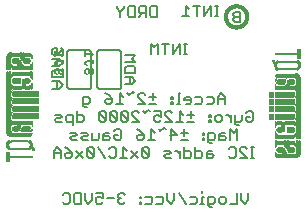
<source format=gbr>
G04 EAGLE Gerber RS-274X export*
G75*
%MOMM*%
%FSLAX34Y34*%
%LPD*%
%INSilkscreen Bottom*%
%IPPOS*%
%AMOC8*
5,1,8,0,0,1.08239X$1,22.5*%
G01*
%ADD10C,0.127000*%
%ADD11C,0.152400*%
%ADD12C,0.304800*%
%ADD13C,0.203200*%
%ADD14R,0.022863X0.462278*%
%ADD15R,0.022863X0.462281*%
%ADD16R,0.022863X0.436881*%
%ADD17R,0.023113X0.462278*%
%ADD18R,0.023113X0.462281*%
%ADD19R,0.023113X0.436881*%
%ADD20R,0.023116X0.462278*%
%ADD21R,0.023116X0.462281*%
%ADD22R,0.023116X0.436881*%
%ADD23R,0.023113X0.022863*%
%ADD24R,0.023116X0.091441*%
%ADD25R,0.023113X0.139700*%
%ADD26R,0.023116X0.185419*%
%ADD27R,0.023113X0.254000*%
%ADD28R,0.023113X0.299719*%
%ADD29R,0.023116X0.345438*%
%ADD30R,0.023113X0.391159*%
%ADD31R,0.023116X0.393700*%
%ADD32R,0.022863X0.325119*%
%ADD33R,0.022863X0.599438*%
%ADD34R,0.022863X0.622300*%
%ADD35R,0.022863X0.530859*%
%ADD36R,0.022863X0.439422*%
%ADD37R,0.022863X0.231138*%
%ADD38R,0.022863X0.071119*%
%ADD39R,0.022863X0.533400*%
%ADD40R,0.022863X0.208281*%
%ADD41R,0.023113X0.345441*%
%ADD42R,0.023113X0.576578*%
%ADD43R,0.023113X0.599438*%
%ADD44R,0.023113X0.508000*%
%ADD45R,0.023113X0.416563*%
%ADD46R,0.023113X0.208278*%
%ADD47R,0.023113X0.553722*%
%ADD48R,0.023113X0.208281*%
%ADD49R,0.023116X0.345441*%
%ADD50R,0.023116X0.530859*%
%ADD51R,0.023116X0.370841*%
%ADD52R,0.023116X0.162559*%
%ADD53R,0.023116X0.576581*%
%ADD54R,0.023116X0.208281*%
%ADD55R,0.023113X0.322578*%
%ADD56R,0.023113X0.485137*%
%ADD57R,0.023113X0.416559*%
%ADD58R,0.023113X0.347981*%
%ADD59R,0.023113X0.116838*%
%ADD60R,0.023113X0.647700*%
%ADD61R,0.023116X0.322581*%
%ADD62R,0.023116X0.485137*%
%ADD63R,0.023116X0.093978*%
%ADD64R,0.023116X0.231141*%
%ADD65R,0.023116X0.693419*%
%ADD66R,0.023113X0.322581*%
%ADD67R,0.023113X0.439419*%
%ADD68R,0.023113X0.370841*%
%ADD69R,0.023113X0.299722*%
%ADD70R,0.023113X0.045719*%
%ADD71R,0.023113X0.739138*%
%ADD72R,0.023113X0.414019*%
%ADD73R,0.023113X0.347978*%
%ADD74R,0.023113X0.762000*%
%ADD75R,0.023116X0.414019*%
%ADD76R,0.023116X0.182881*%
%ADD77R,0.023116X0.347978*%
%ADD78R,0.023116X0.276863*%
%ADD79R,0.023116X0.116841*%
%ADD80R,0.023116X0.276859*%
%ADD81R,0.023116X0.784863*%
%ADD82R,0.023113X0.325119*%
%ADD83R,0.023113X0.276863*%
%ADD84R,0.023113X0.276859*%
%ADD85R,0.023116X0.325119*%
%ADD86R,0.023116X0.391159*%
%ADD87R,0.023116X0.302259*%
%ADD88R,0.023116X0.254000*%
%ADD89R,0.023113X0.302259*%
%ADD90R,0.023113X0.393700*%
%ADD91R,0.023113X0.231141*%
%ADD92R,0.022863X0.302259*%
%ADD93R,0.022863X0.439419*%
%ADD94R,0.022863X0.368300*%
%ADD95R,0.022863X0.391159*%
%ADD96R,0.022863X0.416559*%
%ADD97R,0.022863X0.276863*%
%ADD98R,0.022863X0.205741*%
%ADD99R,0.023113X0.368300*%
%ADD100R,0.023113X0.205741*%
%ADD101R,0.023116X0.368300*%
%ADD102R,0.023116X0.205741*%
%ADD103R,0.023113X0.182881*%
%ADD104R,0.022863X0.276859*%
%ADD105R,0.022863X0.182881*%
%ADD106R,0.023113X0.924559*%
%ADD107R,0.023116X0.924559*%
%ADD108R,0.023113X0.901700*%
%ADD109R,0.023116X0.901700*%
%ADD110R,0.023113X0.878841*%
%ADD111R,0.023116X0.855981*%
%ADD112R,0.023113X0.833119*%
%ADD113R,0.022863X0.787400*%
%ADD114R,0.022863X0.414019*%
%ADD115R,0.022863X0.924559*%
%ADD116R,0.023113X0.739141*%
%ADD117R,0.023116X0.716281*%
%ADD118R,0.023116X0.299722*%
%ADD119R,0.023113X0.670559*%
%ADD120R,0.023116X0.647700*%
%ADD121R,0.023116X0.508000*%
%ADD122R,0.023116X0.299719*%
%ADD123R,0.023113X0.601981*%
%ADD124R,0.023113X0.530859*%
%ADD125R,0.023113X0.231138*%
%ADD126R,0.023113X0.556259*%
%ADD127R,0.023113X0.185419*%
%ADD128R,0.023116X0.533400*%
%ADD129R,0.023116X0.599438*%
%ADD130R,0.023116X0.416563*%
%ADD131R,0.023116X0.116838*%
%ADD132R,0.023113X0.485141*%
%ADD133R,0.023113X0.645159*%
%ADD134R,0.023113X0.716278*%
%ADD135R,0.022863X0.393700*%
%ADD136R,0.022863X0.762000*%
%ADD137R,0.022863X0.624841*%
%ADD138R,0.023113X0.784859*%
%ADD139R,0.023113X0.693422*%
%ADD140R,0.023116X0.830578*%
%ADD141R,0.023116X0.739141*%
%ADD142R,0.023113X0.876300*%
%ADD143R,0.023113X0.807722*%
%ADD144R,0.023116X0.899159*%
%ADD145R,0.023116X0.878841*%
%ADD146R,0.023113X0.922019*%
%ADD147R,0.023113X0.947419*%
%ADD148R,0.023116X0.970278*%
%ADD149R,0.023113X0.970278*%
%ADD150R,0.023116X0.439419*%
%ADD151R,0.022863X0.299722*%
%ADD152R,0.023116X0.416559*%
%ADD153R,0.023116X0.347981*%
%ADD154R,0.023113X0.137159*%
%ADD155R,0.023113X0.093978*%
%ADD156R,0.023113X0.091441*%
%ADD157R,0.023113X0.093981*%
%ADD158R,0.023113X0.114300*%
%ADD159R,0.023116X0.045719*%
%ADD160R,0.023116X0.045722*%
%ADD161R,0.023113X0.071119*%
%ADD162R,0.023113X0.116841*%
%ADD163R,0.023116X0.139700*%
%ADD164R,0.022863X0.322581*%
%ADD165R,0.022863X0.345441*%
%ADD166R,0.022863X0.162559*%
%ADD167R,0.022863X0.576581*%
%ADD168R,0.023113X0.668019*%
%ADD169R,0.023113X0.533400*%
%ADD170R,0.023116X1.455419*%
%ADD171R,0.023116X5.519419*%
%ADD172R,0.023113X1.455419*%
%ADD173R,0.023113X5.519419*%
%ADD174R,0.023116X5.494019*%
%ADD175R,0.023113X1.430019*%
%ADD176R,0.023113X5.494019*%
%ADD177R,0.023116X1.430019*%
%ADD178R,0.023116X5.471159*%
%ADD179R,0.023116X0.762000*%
%ADD180R,0.023113X1.407159*%
%ADD181R,0.023113X5.471159*%
%ADD182R,0.022863X1.384300*%
%ADD183R,0.022863X5.448300*%
%ADD184R,0.022863X0.716278*%
%ADD185R,0.022863X0.878841*%
%ADD186R,0.023113X1.361438*%
%ADD187R,0.023113X5.425438*%
%ADD188R,0.023116X1.338578*%
%ADD189R,0.023116X5.402578*%
%ADD190R,0.023116X0.624841*%
%ADD191R,0.023113X1.292859*%
%ADD192R,0.023113X5.356859*%
%ADD193R,0.023116X1.224278*%
%ADD194R,0.023116X5.288278*%


D10*
X206664Y14613D02*
X206664Y8681D01*
X203698Y5715D01*
X200732Y8681D01*
X200732Y14613D01*
X197309Y14613D02*
X197309Y5715D01*
X191377Y5715D01*
X186470Y5715D02*
X183505Y5715D01*
X182022Y7198D01*
X182022Y10164D01*
X183505Y11647D01*
X186470Y11647D01*
X187953Y10164D01*
X187953Y7198D01*
X186470Y5715D01*
X175632Y2749D02*
X174149Y2749D01*
X172666Y4232D01*
X172666Y11647D01*
X177115Y11647D01*
X178598Y10164D01*
X178598Y7198D01*
X177115Y5715D01*
X172666Y5715D01*
X169243Y11647D02*
X167760Y11647D01*
X167760Y5715D01*
X169243Y5715D02*
X166277Y5715D01*
X167760Y14613D02*
X167760Y16096D01*
X161523Y11647D02*
X157075Y11647D01*
X161523Y11647D02*
X163006Y10164D01*
X163006Y7198D01*
X161523Y5715D01*
X157075Y5715D01*
X153651Y5715D02*
X147719Y14613D01*
X144296Y14613D02*
X144296Y8681D01*
X141330Y5715D01*
X138364Y8681D01*
X138364Y14613D01*
X133458Y11647D02*
X129009Y11647D01*
X133458Y11647D02*
X134941Y10164D01*
X134941Y7198D01*
X133458Y5715D01*
X129009Y5715D01*
X124103Y11647D02*
X119654Y11647D01*
X124103Y11647D02*
X125585Y10164D01*
X125585Y7198D01*
X124103Y5715D01*
X119654Y5715D01*
X116230Y11647D02*
X114747Y11647D01*
X114747Y10164D01*
X116230Y10164D01*
X116230Y11647D01*
X116230Y7198D02*
X114747Y7198D01*
X114747Y5715D01*
X116230Y5715D01*
X116230Y7198D01*
X102198Y13130D02*
X100715Y14613D01*
X97749Y14613D01*
X96266Y13130D01*
X96266Y11647D01*
X97749Y10164D01*
X99232Y10164D01*
X97749Y10164D02*
X96266Y8681D01*
X96266Y7198D01*
X97749Y5715D01*
X100715Y5715D01*
X102198Y7198D01*
X92842Y10164D02*
X86911Y10164D01*
X83487Y14613D02*
X77555Y14613D01*
X83487Y14613D02*
X83487Y10164D01*
X80521Y11647D01*
X79038Y11647D01*
X77555Y10164D01*
X77555Y7198D01*
X79038Y5715D01*
X82004Y5715D01*
X83487Y7198D01*
X74132Y8681D02*
X74132Y14613D01*
X74132Y8681D02*
X71166Y5715D01*
X68200Y8681D01*
X68200Y14613D01*
X64777Y14613D02*
X64777Y5715D01*
X60328Y5715D01*
X58845Y7198D01*
X58845Y13130D01*
X60328Y14613D01*
X64777Y14613D01*
X50973Y14613D02*
X49490Y13130D01*
X50973Y14613D02*
X53939Y14613D01*
X55422Y13130D01*
X55422Y7198D01*
X53939Y5715D01*
X50973Y5715D01*
X49490Y7198D01*
X46572Y103210D02*
X40640Y103210D01*
X46572Y103210D02*
X49538Y106175D01*
X46572Y109141D01*
X40640Y109141D01*
X45089Y109141D02*
X45089Y103210D01*
X49538Y112565D02*
X40640Y112565D01*
X40640Y117014D01*
X42123Y118497D01*
X48055Y118497D01*
X49538Y117014D01*
X49538Y112565D01*
X46572Y121920D02*
X40640Y121920D01*
X46572Y121920D02*
X49538Y124886D01*
X46572Y127852D01*
X40640Y127852D01*
X45089Y127852D02*
X45089Y121920D01*
X49538Y135724D02*
X48055Y137207D01*
X49538Y135724D02*
X49538Y132758D01*
X48055Y131275D01*
X42123Y131275D01*
X40640Y132758D01*
X40640Y135724D01*
X42123Y137207D01*
X45089Y137207D01*
X45089Y134241D01*
X151980Y132080D02*
X154946Y132080D01*
X153463Y132080D02*
X153463Y140978D01*
X154946Y140978D02*
X151980Y140978D01*
X148709Y140978D02*
X148709Y132080D01*
X142778Y132080D02*
X148709Y140978D01*
X142778Y140978D02*
X142778Y132080D01*
X136388Y132080D02*
X136388Y140978D01*
X133423Y140978D02*
X139354Y140978D01*
X129999Y140978D02*
X129999Y132080D01*
X127033Y138012D02*
X129999Y140978D01*
X127033Y138012D02*
X124067Y140978D01*
X124067Y132080D01*
X108167Y106617D02*
X102235Y106617D01*
X108167Y106617D02*
X111133Y109583D01*
X108167Y112549D01*
X102235Y112549D01*
X106684Y112549D02*
X106684Y106617D01*
X111133Y115972D02*
X102235Y115972D01*
X102235Y120421D01*
X103718Y121904D01*
X109650Y121904D01*
X111133Y120421D01*
X111133Y115972D01*
X111133Y125328D02*
X102235Y125328D01*
X108167Y128293D02*
X111133Y125328D01*
X108167Y128293D02*
X111133Y131259D01*
X102235Y131259D01*
X129200Y163830D02*
X129200Y172728D01*
X129200Y163830D02*
X124752Y163830D01*
X123269Y165313D01*
X123269Y171245D01*
X124752Y172728D01*
X129200Y172728D01*
X119845Y172728D02*
X119845Y163830D01*
X119845Y172728D02*
X115396Y172728D01*
X113913Y171245D01*
X113913Y168279D01*
X115396Y166796D01*
X119845Y166796D01*
X116879Y166796D02*
X113913Y163830D01*
X110490Y163830D02*
X110490Y172728D01*
X110490Y163830D02*
X106041Y163830D01*
X104558Y165313D01*
X104558Y171245D01*
X106041Y172728D01*
X110490Y172728D01*
X101135Y172728D02*
X101135Y171245D01*
X98169Y168279D01*
X95203Y171245D01*
X95203Y172728D01*
X98169Y168279D02*
X98169Y163830D01*
X186683Y96102D02*
X186683Y90170D01*
X186683Y96102D02*
X183718Y99068D01*
X180752Y96102D01*
X180752Y90170D01*
X180752Y94619D02*
X186683Y94619D01*
X175845Y96102D02*
X171396Y96102D01*
X175845Y96102D02*
X177328Y94619D01*
X177328Y91653D01*
X175845Y90170D01*
X171396Y90170D01*
X166490Y96102D02*
X162041Y96102D01*
X166490Y96102D02*
X167973Y94619D01*
X167973Y91653D01*
X166490Y90170D01*
X162041Y90170D01*
X157135Y90170D02*
X154169Y90170D01*
X157135Y90170D02*
X158618Y91653D01*
X158618Y94619D01*
X157135Y96102D01*
X154169Y96102D01*
X152686Y94619D01*
X152686Y93136D01*
X158618Y93136D01*
X149263Y99068D02*
X147780Y99068D01*
X147780Y90170D01*
X149263Y90170D02*
X146297Y90170D01*
X143026Y96102D02*
X141543Y96102D01*
X141543Y94619D01*
X143026Y94619D01*
X143026Y96102D01*
X143026Y91653D02*
X141543Y91653D01*
X141543Y90170D01*
X143026Y90170D01*
X143026Y91653D01*
X128993Y90170D02*
X123061Y90170D01*
X123061Y96102D02*
X128993Y96102D01*
X126027Y99068D02*
X126027Y93136D01*
X119638Y90170D02*
X113706Y90170D01*
X119638Y90170D02*
X113706Y96102D01*
X113706Y97585D01*
X115189Y99068D01*
X118155Y99068D01*
X119638Y97585D01*
X110283Y99068D02*
X108800Y100551D01*
X105834Y97585D01*
X104351Y99068D01*
X100927Y96102D02*
X97962Y99068D01*
X97962Y90170D01*
X100927Y90170D02*
X94996Y90170D01*
X88606Y97585D02*
X85641Y99068D01*
X88606Y97585D02*
X91572Y94619D01*
X91572Y91653D01*
X90089Y90170D01*
X87124Y90170D01*
X85641Y91653D01*
X85641Y93136D01*
X87124Y94619D01*
X91572Y94619D01*
X69896Y87204D02*
X68413Y87204D01*
X66930Y88687D01*
X66930Y96102D01*
X71379Y96102D01*
X72862Y94619D01*
X72862Y91653D01*
X71379Y90170D01*
X66930Y90170D01*
X204919Y82345D02*
X206402Y83828D01*
X209368Y83828D01*
X210851Y82345D01*
X210851Y76413D01*
X209368Y74930D01*
X206402Y74930D01*
X204919Y76413D01*
X204919Y79379D01*
X207885Y79379D01*
X201496Y80862D02*
X201496Y76413D01*
X200013Y74930D01*
X195564Y74930D01*
X195564Y73447D02*
X195564Y80862D01*
X195564Y73447D02*
X197047Y71964D01*
X198530Y71964D01*
X192141Y74930D02*
X192141Y80862D01*
X192141Y77896D02*
X189175Y80862D01*
X187692Y80862D01*
X182862Y74930D02*
X179896Y74930D01*
X178413Y76413D01*
X178413Y79379D01*
X179896Y80862D01*
X182862Y80862D01*
X184345Y79379D01*
X184345Y76413D01*
X182862Y74930D01*
X174989Y80862D02*
X173507Y80862D01*
X173507Y79379D01*
X174989Y79379D01*
X174989Y80862D01*
X174989Y76413D02*
X173507Y76413D01*
X173507Y74930D01*
X174989Y74930D01*
X174989Y76413D01*
X160957Y74930D02*
X155025Y74930D01*
X155025Y80862D02*
X160957Y80862D01*
X157991Y83828D02*
X157991Y77896D01*
X151601Y80862D02*
X148636Y83828D01*
X148636Y74930D01*
X151601Y74930D02*
X145670Y74930D01*
X142246Y74930D02*
X136315Y74930D01*
X142246Y74930D02*
X136315Y80862D01*
X136315Y82345D01*
X137797Y83828D01*
X140763Y83828D01*
X142246Y82345D01*
X132891Y83828D02*
X126959Y83828D01*
X132891Y83828D02*
X132891Y79379D01*
X129925Y80862D01*
X128442Y80862D01*
X126959Y79379D01*
X126959Y76413D01*
X128442Y74930D01*
X131408Y74930D01*
X132891Y76413D01*
X123536Y83828D02*
X122053Y85311D01*
X119087Y82345D01*
X117604Y83828D01*
X114181Y74930D02*
X108249Y74930D01*
X114181Y74930D02*
X108249Y80862D01*
X108249Y82345D01*
X109732Y83828D01*
X112698Y83828D01*
X114181Y82345D01*
X104826Y82345D02*
X104826Y76413D01*
X104826Y82345D02*
X103343Y83828D01*
X100377Y83828D01*
X98894Y82345D01*
X98894Y76413D01*
X100377Y74930D01*
X103343Y74930D01*
X104826Y76413D01*
X98894Y82345D01*
X95470Y82345D02*
X95470Y76413D01*
X95470Y82345D02*
X93987Y83828D01*
X91022Y83828D01*
X89539Y82345D01*
X89539Y76413D01*
X91022Y74930D01*
X93987Y74930D01*
X95470Y76413D01*
X89539Y82345D01*
X86115Y82345D02*
X86115Y76413D01*
X86115Y82345D02*
X84632Y83828D01*
X81666Y83828D01*
X80183Y82345D01*
X80183Y76413D01*
X81666Y74930D01*
X84632Y74930D01*
X86115Y76413D01*
X80183Y82345D01*
X61473Y83828D02*
X61473Y74930D01*
X65922Y74930D01*
X67405Y76413D01*
X67405Y79379D01*
X65922Y80862D01*
X61473Y80862D01*
X58050Y80862D02*
X58050Y71964D01*
X58050Y80862D02*
X53601Y80862D01*
X52118Y79379D01*
X52118Y76413D01*
X53601Y74930D01*
X58050Y74930D01*
X48694Y74930D02*
X44246Y74930D01*
X42763Y76413D01*
X44246Y77896D01*
X47211Y77896D01*
X48694Y79379D01*
X47211Y80862D01*
X42763Y80862D01*
X197598Y68588D02*
X197598Y59690D01*
X194632Y65622D02*
X197598Y68588D01*
X194632Y65622D02*
X191666Y68588D01*
X191666Y59690D01*
X186760Y65622D02*
X183794Y65622D01*
X182311Y64139D01*
X182311Y59690D01*
X186760Y59690D01*
X188243Y61173D01*
X186760Y62656D01*
X182311Y62656D01*
X175922Y56724D02*
X174439Y56724D01*
X172956Y58207D01*
X172956Y65622D01*
X177404Y65622D01*
X178887Y64139D01*
X178887Y61173D01*
X177404Y59690D01*
X172956Y59690D01*
X169532Y65622D02*
X168049Y65622D01*
X168049Y64139D01*
X169532Y64139D01*
X169532Y65622D01*
X169532Y61173D02*
X168049Y61173D01*
X168049Y59690D01*
X169532Y59690D01*
X169532Y61173D01*
X155499Y59690D02*
X149568Y59690D01*
X149568Y65622D02*
X155499Y65622D01*
X152534Y68588D02*
X152534Y62656D01*
X141695Y59690D02*
X141695Y68588D01*
X146144Y64139D01*
X140213Y64139D01*
X136789Y68588D02*
X135306Y70071D01*
X132340Y67105D01*
X130857Y68588D01*
X127434Y65622D02*
X124468Y68588D01*
X124468Y59690D01*
X127434Y59690D02*
X121502Y59690D01*
X115113Y67105D02*
X112147Y68588D01*
X115113Y67105D02*
X118079Y64139D01*
X118079Y61173D01*
X116596Y59690D01*
X113630Y59690D01*
X112147Y61173D01*
X112147Y62656D01*
X113630Y64139D01*
X118079Y64139D01*
X94920Y68588D02*
X93437Y67105D01*
X94920Y68588D02*
X97885Y68588D01*
X99368Y67105D01*
X99368Y61173D01*
X97885Y59690D01*
X94920Y59690D01*
X93437Y61173D01*
X93437Y64139D01*
X96402Y64139D01*
X88530Y65622D02*
X85564Y65622D01*
X84081Y64139D01*
X84081Y59690D01*
X88530Y59690D01*
X90013Y61173D01*
X88530Y62656D01*
X84081Y62656D01*
X80658Y61173D02*
X80658Y65622D01*
X80658Y61173D02*
X79175Y59690D01*
X74726Y59690D01*
X74726Y65622D01*
X71303Y59690D02*
X66854Y59690D01*
X65371Y61173D01*
X66854Y62656D01*
X69820Y62656D01*
X71303Y64139D01*
X69820Y65622D01*
X65371Y65622D01*
X61948Y59690D02*
X57499Y59690D01*
X56016Y61173D01*
X57499Y62656D01*
X60465Y62656D01*
X61948Y64139D01*
X60465Y65622D01*
X56016Y65622D01*
X208665Y44450D02*
X211631Y44450D01*
X210148Y44450D02*
X210148Y53348D01*
X211631Y53348D02*
X208665Y53348D01*
X205394Y44450D02*
X199462Y44450D01*
X205394Y44450D02*
X199462Y50382D01*
X199462Y51865D01*
X200945Y53348D01*
X203911Y53348D01*
X205394Y51865D01*
X191590Y53348D02*
X190107Y51865D01*
X191590Y53348D02*
X194556Y53348D01*
X196039Y51865D01*
X196039Y45933D01*
X194556Y44450D01*
X191590Y44450D01*
X190107Y45933D01*
X175845Y50382D02*
X172879Y50382D01*
X171396Y48899D01*
X171396Y44450D01*
X175845Y44450D01*
X177328Y45933D01*
X175845Y47416D01*
X171396Y47416D01*
X162041Y44450D02*
X162041Y53348D01*
X162041Y44450D02*
X166490Y44450D01*
X167973Y45933D01*
X167973Y48899D01*
X166490Y50382D01*
X162041Y50382D01*
X152686Y53348D02*
X152686Y44450D01*
X157135Y44450D01*
X158618Y45933D01*
X158618Y48899D01*
X157135Y50382D01*
X152686Y50382D01*
X149263Y50382D02*
X149263Y44450D01*
X149263Y47416D02*
X146297Y50382D01*
X144814Y50382D01*
X141467Y44450D02*
X137018Y44450D01*
X135535Y45933D01*
X137018Y47416D01*
X139984Y47416D01*
X141467Y48899D01*
X139984Y50382D01*
X135535Y50382D01*
X122756Y51865D02*
X122756Y45933D01*
X122756Y51865D02*
X121273Y53348D01*
X118308Y53348D01*
X116825Y51865D01*
X116825Y45933D01*
X118308Y44450D01*
X121273Y44450D01*
X122756Y45933D01*
X116825Y51865D01*
X113401Y50382D02*
X107469Y44450D01*
X113401Y44450D02*
X107469Y50382D01*
X104046Y50382D02*
X101080Y53348D01*
X101080Y44450D01*
X104046Y44450D02*
X98114Y44450D01*
X90242Y53348D02*
X88759Y51865D01*
X90242Y53348D02*
X93208Y53348D01*
X94691Y51865D01*
X94691Y45933D01*
X93208Y44450D01*
X90242Y44450D01*
X88759Y45933D01*
X85336Y44450D02*
X79404Y53348D01*
X75980Y51865D02*
X75980Y45933D01*
X75980Y51865D02*
X74497Y53348D01*
X71532Y53348D01*
X70049Y51865D01*
X70049Y45933D01*
X71532Y44450D01*
X74497Y44450D01*
X75980Y45933D01*
X70049Y51865D01*
X66625Y50382D02*
X60693Y44450D01*
X66625Y44450D02*
X60693Y50382D01*
X54304Y51865D02*
X51338Y53348D01*
X54304Y51865D02*
X57270Y48899D01*
X57270Y45933D01*
X55787Y44450D01*
X52821Y44450D01*
X51338Y45933D01*
X51338Y47416D01*
X52821Y48899D01*
X57270Y48899D01*
X47915Y50382D02*
X47915Y44450D01*
X47915Y50382D02*
X44949Y53348D01*
X41983Y50382D01*
X41983Y44450D01*
X41983Y48899D02*
X47915Y48899D01*
D11*
X178608Y164592D02*
X181489Y164592D01*
X180049Y164592D02*
X180049Y173235D01*
X181489Y173235D02*
X178608Y173235D01*
X175252Y173235D02*
X175252Y164592D01*
X169490Y164592D02*
X175252Y173235D01*
X169490Y173235D02*
X169490Y164592D01*
X163016Y164592D02*
X163016Y173235D01*
X165897Y173235D02*
X160135Y173235D01*
X156542Y170354D02*
X153661Y173235D01*
X153661Y164592D01*
X156542Y164592D02*
X150780Y164592D01*
D12*
X187870Y163830D02*
X187873Y164050D01*
X187881Y164271D01*
X187894Y164491D01*
X187913Y164710D01*
X187938Y164929D01*
X187967Y165148D01*
X188002Y165365D01*
X188043Y165582D01*
X188088Y165798D01*
X188139Y166012D01*
X188195Y166225D01*
X188257Y166437D01*
X188323Y166647D01*
X188395Y166855D01*
X188472Y167062D01*
X188554Y167266D01*
X188640Y167469D01*
X188732Y167669D01*
X188829Y167868D01*
X188930Y168063D01*
X189037Y168256D01*
X189148Y168447D01*
X189263Y168634D01*
X189383Y168819D01*
X189508Y169001D01*
X189637Y169179D01*
X189771Y169355D01*
X189908Y169527D01*
X190050Y169695D01*
X190196Y169861D01*
X190346Y170022D01*
X190500Y170180D01*
X190658Y170334D01*
X190819Y170484D01*
X190985Y170630D01*
X191153Y170772D01*
X191325Y170909D01*
X191501Y171043D01*
X191679Y171172D01*
X191861Y171297D01*
X192046Y171417D01*
X192233Y171532D01*
X192424Y171643D01*
X192617Y171750D01*
X192812Y171851D01*
X193011Y171948D01*
X193211Y172040D01*
X193414Y172126D01*
X193618Y172208D01*
X193825Y172285D01*
X194033Y172357D01*
X194243Y172423D01*
X194455Y172485D01*
X194668Y172541D01*
X194882Y172592D01*
X195098Y172637D01*
X195315Y172678D01*
X195532Y172713D01*
X195751Y172742D01*
X195970Y172767D01*
X196189Y172786D01*
X196409Y172799D01*
X196630Y172807D01*
X196850Y172810D01*
X197070Y172807D01*
X197291Y172799D01*
X197511Y172786D01*
X197730Y172767D01*
X197949Y172742D01*
X198168Y172713D01*
X198385Y172678D01*
X198602Y172637D01*
X198818Y172592D01*
X199032Y172541D01*
X199245Y172485D01*
X199457Y172423D01*
X199667Y172357D01*
X199875Y172285D01*
X200082Y172208D01*
X200286Y172126D01*
X200489Y172040D01*
X200689Y171948D01*
X200888Y171851D01*
X201083Y171750D01*
X201276Y171643D01*
X201467Y171532D01*
X201654Y171417D01*
X201839Y171297D01*
X202021Y171172D01*
X202199Y171043D01*
X202375Y170909D01*
X202547Y170772D01*
X202715Y170630D01*
X202881Y170484D01*
X203042Y170334D01*
X203200Y170180D01*
X203354Y170022D01*
X203504Y169861D01*
X203650Y169695D01*
X203792Y169527D01*
X203929Y169355D01*
X204063Y169179D01*
X204192Y169001D01*
X204317Y168819D01*
X204437Y168634D01*
X204552Y168447D01*
X204663Y168256D01*
X204770Y168063D01*
X204871Y167868D01*
X204968Y167669D01*
X205060Y167469D01*
X205146Y167266D01*
X205228Y167062D01*
X205305Y166855D01*
X205377Y166647D01*
X205443Y166437D01*
X205505Y166225D01*
X205561Y166012D01*
X205612Y165798D01*
X205657Y165582D01*
X205698Y165365D01*
X205733Y165148D01*
X205762Y164929D01*
X205787Y164710D01*
X205806Y164491D01*
X205819Y164271D01*
X205827Y164050D01*
X205830Y163830D01*
X205827Y163610D01*
X205819Y163389D01*
X205806Y163169D01*
X205787Y162950D01*
X205762Y162731D01*
X205733Y162512D01*
X205698Y162295D01*
X205657Y162078D01*
X205612Y161862D01*
X205561Y161648D01*
X205505Y161435D01*
X205443Y161223D01*
X205377Y161013D01*
X205305Y160805D01*
X205228Y160598D01*
X205146Y160394D01*
X205060Y160191D01*
X204968Y159991D01*
X204871Y159792D01*
X204770Y159597D01*
X204663Y159404D01*
X204552Y159213D01*
X204437Y159026D01*
X204317Y158841D01*
X204192Y158659D01*
X204063Y158481D01*
X203929Y158305D01*
X203792Y158133D01*
X203650Y157965D01*
X203504Y157799D01*
X203354Y157638D01*
X203200Y157480D01*
X203042Y157326D01*
X202881Y157176D01*
X202715Y157030D01*
X202547Y156888D01*
X202375Y156751D01*
X202199Y156617D01*
X202021Y156488D01*
X201839Y156363D01*
X201654Y156243D01*
X201467Y156128D01*
X201276Y156017D01*
X201083Y155910D01*
X200888Y155809D01*
X200689Y155712D01*
X200489Y155620D01*
X200286Y155534D01*
X200082Y155452D01*
X199875Y155375D01*
X199667Y155303D01*
X199457Y155237D01*
X199245Y155175D01*
X199032Y155119D01*
X198818Y155068D01*
X198602Y155023D01*
X198385Y154982D01*
X198168Y154947D01*
X197949Y154918D01*
X197730Y154893D01*
X197511Y154874D01*
X197291Y154861D01*
X197070Y154853D01*
X196850Y154850D01*
X196630Y154853D01*
X196409Y154861D01*
X196189Y154874D01*
X195970Y154893D01*
X195751Y154918D01*
X195532Y154947D01*
X195315Y154982D01*
X195098Y155023D01*
X194882Y155068D01*
X194668Y155119D01*
X194455Y155175D01*
X194243Y155237D01*
X194033Y155303D01*
X193825Y155375D01*
X193618Y155452D01*
X193414Y155534D01*
X193211Y155620D01*
X193011Y155712D01*
X192812Y155809D01*
X192617Y155910D01*
X192424Y156017D01*
X192233Y156128D01*
X192046Y156243D01*
X191861Y156363D01*
X191679Y156488D01*
X191501Y156617D01*
X191325Y156751D01*
X191153Y156888D01*
X190985Y157030D01*
X190819Y157176D01*
X190658Y157326D01*
X190500Y157480D01*
X190346Y157638D01*
X190196Y157799D01*
X190050Y157965D01*
X189908Y158133D01*
X189771Y158305D01*
X189637Y158481D01*
X189508Y158659D01*
X189383Y158841D01*
X189263Y159026D01*
X189148Y159213D01*
X189037Y159404D01*
X188930Y159597D01*
X188829Y159792D01*
X188732Y159991D01*
X188640Y160191D01*
X188554Y160394D01*
X188472Y160598D01*
X188395Y160805D01*
X188323Y161013D01*
X188257Y161223D01*
X188195Y161435D01*
X188139Y161648D01*
X188088Y161862D01*
X188043Y162078D01*
X188002Y162295D01*
X187967Y162512D01*
X187938Y162731D01*
X187913Y162950D01*
X187894Y163169D01*
X187881Y163389D01*
X187873Y163610D01*
X187870Y163830D01*
D13*
X199390Y159766D02*
X199390Y167901D01*
X195323Y167901D01*
X193967Y166545D01*
X193967Y165189D01*
X195323Y163833D01*
X193967Y162478D01*
X193967Y161122D01*
X195323Y159766D01*
X199390Y159766D01*
X199390Y163833D02*
X195323Y163833D01*
D14*
X224790Y79197D03*
D15*
X224790Y85446D03*
X224790Y91669D03*
D16*
X224790Y98019D03*
D17*
X225020Y79197D03*
D18*
X225020Y85446D03*
X225020Y91669D03*
D19*
X225020Y98019D03*
D20*
X225251Y79197D03*
D21*
X225251Y85446D03*
X225251Y91669D03*
D22*
X225251Y98019D03*
D17*
X225482Y79197D03*
D18*
X225482Y85446D03*
X225482Y91669D03*
D19*
X225482Y98019D03*
D20*
X225713Y79197D03*
D21*
X225713Y85446D03*
X225713Y91669D03*
D22*
X225713Y98019D03*
D17*
X225944Y79197D03*
D18*
X225944Y85446D03*
X225944Y91669D03*
D19*
X225944Y98019D03*
D17*
X226176Y79197D03*
D18*
X226176Y85446D03*
X226176Y91669D03*
D19*
X226176Y98019D03*
D20*
X226407Y79197D03*
D21*
X226407Y85446D03*
X226407Y91669D03*
D22*
X226407Y98019D03*
D17*
X226638Y79197D03*
D18*
X226638Y85446D03*
X226638Y91669D03*
D19*
X226638Y98019D03*
D20*
X226869Y79197D03*
D21*
X226869Y85446D03*
X226869Y91669D03*
D22*
X226869Y98019D03*
D17*
X227100Y79197D03*
D18*
X227100Y85446D03*
X227100Y91669D03*
D19*
X227100Y98019D03*
D14*
X227330Y79197D03*
D15*
X227330Y85446D03*
X227330Y91669D03*
D16*
X227330Y98019D03*
D17*
X227560Y79197D03*
D18*
X227560Y85446D03*
X227560Y91669D03*
D19*
X227560Y98019D03*
D23*
X227560Y126429D03*
D20*
X227791Y79197D03*
D21*
X227791Y85446D03*
X227791Y91669D03*
D22*
X227791Y98019D03*
D24*
X227791Y126314D03*
D17*
X228022Y79197D03*
D18*
X228022Y85446D03*
X228022Y91669D03*
D19*
X228022Y98019D03*
D25*
X228022Y126073D03*
D20*
X228253Y79197D03*
D21*
X228253Y85446D03*
X228253Y91669D03*
D22*
X228253Y98019D03*
D26*
X228253Y126073D03*
D17*
X228484Y79197D03*
D18*
X228484Y85446D03*
X228484Y91669D03*
D19*
X228484Y98019D03*
D27*
X228484Y125959D03*
D17*
X228716Y79197D03*
D18*
X228716Y85446D03*
X228716Y91669D03*
D19*
X228716Y98019D03*
D28*
X228716Y125730D03*
D20*
X228947Y79197D03*
D21*
X228947Y85446D03*
X228947Y91669D03*
D22*
X228947Y98019D03*
D29*
X228947Y125730D03*
D30*
X229178Y125501D03*
D31*
X229409Y125032D03*
D17*
X229640Y124003D03*
D32*
X229870Y48031D03*
D33*
X229870Y55880D03*
D34*
X229870Y63614D03*
D35*
X229870Y72631D03*
D14*
X229870Y79197D03*
D15*
X229870Y85446D03*
X229870Y91669D03*
D16*
X229870Y98019D03*
D36*
X229870Y104254D03*
D37*
X229870Y109919D03*
D38*
X229870Y113030D03*
D39*
X229870Y123190D03*
D40*
X229870Y132436D03*
D41*
X230100Y47676D03*
D42*
X230100Y55994D03*
D43*
X230100Y63500D03*
D44*
X230100Y72746D03*
D17*
X230100Y79197D03*
D18*
X230100Y85446D03*
X230100Y91669D03*
D19*
X230100Y98019D03*
D45*
X230100Y104140D03*
D46*
X230100Y110033D03*
D25*
X230100Y113373D03*
D47*
X230100Y122606D03*
D48*
X230100Y132436D03*
D49*
X230331Y47219D03*
D50*
X230331Y56223D03*
X230331Y63157D03*
D20*
X230331Y72974D03*
X230331Y79197D03*
D21*
X230331Y85446D03*
X230331Y91669D03*
D22*
X230331Y98019D03*
D51*
X230331Y103911D03*
D52*
X230331Y110261D03*
D26*
X230331Y113602D03*
D53*
X230331Y122492D03*
D54*
X230331Y132436D03*
D55*
X230562Y46876D03*
D56*
X230562Y56452D03*
D44*
X230562Y63043D03*
D57*
X230562Y73203D03*
D17*
X230562Y79197D03*
D18*
X230562Y85446D03*
X230562Y91669D03*
D19*
X230562Y98019D03*
D58*
X230562Y103797D03*
D59*
X230562Y110490D03*
D46*
X230562Y113716D03*
D60*
X230562Y122619D03*
D48*
X230562Y132436D03*
D61*
X230793Y46647D03*
D20*
X230793Y56566D03*
D62*
X230793Y62929D03*
D31*
X230793Y73317D03*
D20*
X230793Y79197D03*
D21*
X230793Y85446D03*
X230793Y91669D03*
D22*
X230793Y98019D03*
D61*
X230793Y103670D03*
D63*
X230793Y110604D03*
D64*
X230793Y113830D03*
D65*
X230793Y122619D03*
D54*
X230793Y132436D03*
D66*
X231024Y46419D03*
D67*
X231024Y56680D03*
D17*
X231024Y62814D03*
D68*
X231024Y73431D03*
D17*
X231024Y79197D03*
D18*
X231024Y85446D03*
X231024Y91669D03*
D19*
X231024Y98019D03*
D69*
X231024Y103556D03*
D70*
X231024Y110846D03*
D27*
X231024Y113944D03*
D71*
X231024Y122619D03*
D48*
X231024Y132436D03*
D66*
X231256Y46190D03*
D72*
X231256Y56807D03*
D67*
X231256Y62700D03*
D73*
X231256Y73546D03*
D17*
X231256Y79197D03*
D18*
X231256Y85446D03*
X231256Y91669D03*
D19*
X231256Y98019D03*
D69*
X231256Y103556D03*
D27*
X231256Y113944D03*
D74*
X231256Y122504D03*
D48*
X231256Y132436D03*
D61*
X231487Y46190D03*
D64*
X231487Y51270D03*
D75*
X231487Y56807D03*
X231487Y62573D03*
D76*
X231487Y68351D03*
D77*
X231487Y73546D03*
D20*
X231487Y79197D03*
D21*
X231487Y85446D03*
X231487Y91669D03*
D22*
X231487Y98019D03*
D78*
X231487Y103442D03*
D79*
X231487Y108179D03*
D80*
X231487Y114059D03*
D81*
X231487Y122619D03*
D54*
X231487Y132436D03*
D82*
X231718Y45949D03*
D66*
X231718Y51270D03*
D30*
X231718Y56921D03*
D72*
X231718Y62573D03*
D82*
X231718Y68351D03*
X231718Y73660D03*
D17*
X231718Y79197D03*
D18*
X231718Y85446D03*
X231718Y91669D03*
D19*
X231718Y98019D03*
D83*
X231718Y103442D03*
D84*
X231718Y108293D03*
X231718Y114059D03*
D83*
X231718Y120079D03*
D84*
X231718Y125387D03*
D48*
X231718Y132436D03*
D85*
X231949Y45949D03*
D51*
X231949Y51257D03*
D86*
X231949Y56921D03*
D75*
X231949Y62573D03*
D51*
X231949Y68351D03*
D85*
X231949Y73660D03*
D20*
X231949Y79197D03*
D21*
X231949Y85446D03*
X231949Y91669D03*
D22*
X231949Y98019D03*
D78*
X231949Y103442D03*
D49*
X231949Y108407D03*
D87*
X231949Y114186D03*
D88*
X231949Y119736D03*
D64*
X231949Y125616D03*
D54*
X231949Y132436D03*
D82*
X232180Y45949D03*
D57*
X232180Y51257D03*
D30*
X232180Y56921D03*
X232180Y62459D03*
D57*
X232180Y68351D03*
D89*
X232180Y73774D03*
D17*
X232180Y79197D03*
D18*
X232180Y85446D03*
X232180Y91669D03*
D19*
X232180Y98019D03*
D83*
X232180Y103442D03*
D90*
X232180Y108649D03*
D89*
X232180Y114186D03*
D91*
X232180Y119621D03*
D48*
X232180Y125730D03*
X232180Y132436D03*
D92*
X232410Y45834D03*
D93*
X232410Y51143D03*
D94*
X232410Y57036D03*
D95*
X232410Y62459D03*
D96*
X232410Y68351D03*
D92*
X232410Y73774D03*
D14*
X232410Y79197D03*
D15*
X232410Y85446D03*
X232410Y91669D03*
D16*
X232410Y98019D03*
D97*
X232410Y103442D03*
D93*
X232410Y108649D03*
D92*
X232410Y114186D03*
D98*
X232410Y119494D03*
D40*
X232410Y125730D03*
X232410Y132436D03*
D89*
X232640Y45834D03*
D17*
X232640Y51257D03*
D99*
X232640Y57036D03*
D30*
X232640Y62459D03*
D18*
X232640Y68351D03*
D89*
X232640Y73774D03*
D17*
X232640Y79197D03*
D18*
X232640Y85446D03*
X232640Y91669D03*
D19*
X232640Y98019D03*
D83*
X232640Y103442D03*
D17*
X232640Y108763D03*
D89*
X232640Y114186D03*
D100*
X232640Y119494D03*
D48*
X232640Y125959D03*
X232640Y132436D03*
D87*
X232871Y45834D03*
D20*
X232871Y51257D03*
D101*
X232871Y57036D03*
D86*
X232871Y62459D03*
D21*
X232871Y68351D03*
D87*
X232871Y73774D03*
D20*
X232871Y79197D03*
D21*
X232871Y85446D03*
X232871Y91669D03*
D22*
X232871Y98019D03*
D78*
X232871Y103442D03*
D20*
X232871Y108763D03*
D87*
X232871Y114186D03*
D102*
X232871Y119494D03*
D54*
X232871Y125959D03*
X232871Y132436D03*
D89*
X233102Y45834D03*
D17*
X233102Y51257D03*
D99*
X233102Y57036D03*
X233102Y62344D03*
D18*
X233102Y68351D03*
D89*
X233102Y73774D03*
D17*
X233102Y79197D03*
D18*
X233102Y85446D03*
X233102Y91669D03*
D19*
X233102Y98019D03*
D83*
X233102Y103442D03*
D17*
X233102Y108763D03*
D89*
X233102Y114186D03*
D100*
X233102Y119494D03*
D48*
X233102Y125959D03*
X233102Y132436D03*
D87*
X233333Y45834D03*
D20*
X233333Y51257D03*
D101*
X233333Y57036D03*
X233333Y62344D03*
D21*
X233333Y68351D03*
D87*
X233333Y73774D03*
D20*
X233333Y79197D03*
D21*
X233333Y85446D03*
X233333Y91669D03*
D22*
X233333Y98019D03*
D78*
X233333Y103442D03*
D20*
X233333Y108763D03*
D87*
X233333Y114186D03*
D76*
X233333Y119380D03*
D54*
X233333Y125959D03*
X233333Y132436D03*
D89*
X233564Y45834D03*
D17*
X233564Y51257D03*
D99*
X233564Y57036D03*
X233564Y62344D03*
D18*
X233564Y68351D03*
D89*
X233564Y73774D03*
D17*
X233564Y79197D03*
D18*
X233564Y85446D03*
X233564Y91669D03*
D19*
X233564Y98019D03*
D83*
X233564Y103442D03*
D17*
X233564Y108763D03*
D89*
X233564Y114186D03*
D103*
X233564Y119380D03*
D48*
X233564Y125959D03*
X233564Y132436D03*
D89*
X233796Y45834D03*
D17*
X233796Y51257D03*
D99*
X233796Y57036D03*
X233796Y62344D03*
D18*
X233796Y68351D03*
D84*
X233796Y73901D03*
D17*
X233796Y79197D03*
D18*
X233796Y85446D03*
X233796Y91669D03*
D19*
X233796Y98019D03*
D83*
X233796Y103442D03*
D17*
X233796Y108763D03*
D89*
X233796Y114186D03*
D103*
X233796Y119380D03*
D48*
X233796Y125959D03*
X233796Y132436D03*
D87*
X234027Y45834D03*
D20*
X234027Y51257D03*
D101*
X234027Y57036D03*
X234027Y62344D03*
D21*
X234027Y68351D03*
D80*
X234027Y73901D03*
D20*
X234027Y79197D03*
D21*
X234027Y85446D03*
X234027Y91669D03*
D22*
X234027Y98019D03*
D78*
X234027Y103442D03*
D20*
X234027Y108763D03*
D87*
X234027Y114186D03*
D76*
X234027Y119380D03*
D54*
X234027Y125959D03*
X234027Y132436D03*
D89*
X234258Y45834D03*
D17*
X234258Y51257D03*
D99*
X234258Y57036D03*
X234258Y62344D03*
D18*
X234258Y68351D03*
D84*
X234258Y73901D03*
D17*
X234258Y79197D03*
D18*
X234258Y85446D03*
X234258Y91669D03*
D19*
X234258Y98019D03*
D83*
X234258Y103442D03*
D17*
X234258Y108763D03*
D89*
X234258Y114186D03*
D103*
X234258Y119380D03*
D48*
X234258Y125959D03*
X234258Y132436D03*
D87*
X234489Y45834D03*
D20*
X234489Y51257D03*
D101*
X234489Y57036D03*
X234489Y62344D03*
D21*
X234489Y68351D03*
D80*
X234489Y73901D03*
D20*
X234489Y79197D03*
D21*
X234489Y85446D03*
X234489Y91669D03*
D22*
X234489Y98019D03*
D78*
X234489Y103442D03*
D20*
X234489Y108763D03*
D87*
X234489Y114186D03*
D76*
X234489Y119380D03*
D54*
X234489Y125959D03*
X234489Y132436D03*
D89*
X234720Y45834D03*
D17*
X234720Y51257D03*
D99*
X234720Y57036D03*
X234720Y62344D03*
D18*
X234720Y68351D03*
D84*
X234720Y73901D03*
D17*
X234720Y79197D03*
D18*
X234720Y85446D03*
X234720Y91669D03*
D19*
X234720Y98019D03*
D83*
X234720Y103442D03*
D17*
X234720Y108763D03*
D89*
X234720Y114186D03*
D103*
X234720Y119380D03*
D48*
X234720Y125959D03*
X234720Y132436D03*
D92*
X234950Y45834D03*
D14*
X234950Y51257D03*
D94*
X234950Y57036D03*
X234950Y62344D03*
D15*
X234950Y68351D03*
D104*
X234950Y73901D03*
D14*
X234950Y79197D03*
D15*
X234950Y85446D03*
X234950Y91669D03*
D16*
X234950Y98019D03*
D97*
X234950Y103442D03*
D14*
X234950Y108763D03*
D92*
X234950Y114186D03*
D105*
X234950Y119380D03*
D40*
X234950Y125959D03*
X234950Y132436D03*
D89*
X235180Y45834D03*
D17*
X235180Y51257D03*
D99*
X235180Y57036D03*
X235180Y62344D03*
D18*
X235180Y68351D03*
D84*
X235180Y73901D03*
D17*
X235180Y79197D03*
D18*
X235180Y85446D03*
X235180Y91669D03*
D19*
X235180Y98019D03*
D83*
X235180Y103442D03*
D17*
X235180Y108763D03*
D89*
X235180Y114186D03*
D103*
X235180Y119380D03*
D48*
X235180Y125959D03*
X235180Y132436D03*
D87*
X235411Y45834D03*
D20*
X235411Y51257D03*
D101*
X235411Y57036D03*
X235411Y62344D03*
D21*
X235411Y68351D03*
D80*
X235411Y73901D03*
D20*
X235411Y79197D03*
D21*
X235411Y85446D03*
X235411Y91669D03*
D22*
X235411Y98019D03*
D78*
X235411Y103442D03*
D20*
X235411Y108763D03*
D87*
X235411Y114186D03*
D76*
X235411Y119380D03*
D54*
X235411Y125959D03*
X235411Y132436D03*
D89*
X235642Y45834D03*
D17*
X235642Y51257D03*
D99*
X235642Y57036D03*
X235642Y62344D03*
D106*
X235642Y70663D03*
D17*
X235642Y79197D03*
D18*
X235642Y85446D03*
X235642Y91669D03*
D19*
X235642Y98019D03*
D83*
X235642Y103442D03*
D17*
X235642Y108763D03*
D89*
X235642Y114186D03*
D103*
X235642Y119380D03*
D48*
X235642Y125959D03*
X235642Y132436D03*
D87*
X235873Y45834D03*
D20*
X235873Y51257D03*
D101*
X235873Y57036D03*
X235873Y62344D03*
D107*
X235873Y70663D03*
D20*
X235873Y79197D03*
D21*
X235873Y85446D03*
X235873Y91669D03*
D22*
X235873Y98019D03*
D78*
X235873Y103442D03*
D20*
X235873Y108763D03*
D87*
X235873Y114186D03*
D76*
X235873Y119380D03*
D54*
X235873Y125959D03*
X235873Y132436D03*
D89*
X236104Y45834D03*
D67*
X236104Y51143D03*
D99*
X236104Y57036D03*
X236104Y62344D03*
D106*
X236104Y70663D03*
D17*
X236104Y79197D03*
D18*
X236104Y85446D03*
X236104Y91669D03*
D19*
X236104Y98019D03*
D83*
X236104Y103442D03*
D17*
X236104Y108763D03*
D89*
X236104Y114186D03*
D103*
X236104Y119380D03*
D48*
X236104Y125959D03*
X236104Y132436D03*
D108*
X236336Y48832D03*
D99*
X236336Y57036D03*
X236336Y62344D03*
D106*
X236336Y70663D03*
D17*
X236336Y79197D03*
D18*
X236336Y85446D03*
X236336Y91669D03*
D19*
X236336Y98019D03*
D83*
X236336Y103442D03*
D17*
X236336Y108763D03*
D89*
X236336Y114186D03*
D103*
X236336Y119380D03*
D48*
X236336Y125959D03*
X236336Y132436D03*
D109*
X236567Y48832D03*
D101*
X236567Y57036D03*
X236567Y62344D03*
D107*
X236567Y70663D03*
D20*
X236567Y79197D03*
D21*
X236567Y85446D03*
X236567Y91669D03*
D22*
X236567Y98019D03*
D78*
X236567Y103442D03*
D20*
X236567Y108763D03*
D87*
X236567Y114186D03*
D76*
X236567Y119380D03*
D54*
X236567Y125959D03*
X236567Y132436D03*
D110*
X236798Y48717D03*
D30*
X236798Y56921D03*
D99*
X236798Y62344D03*
D106*
X236798Y70663D03*
D17*
X236798Y79197D03*
D18*
X236798Y85446D03*
X236798Y91669D03*
D19*
X236798Y98019D03*
D83*
X236798Y103442D03*
D17*
X236798Y108763D03*
D89*
X236798Y114186D03*
D103*
X236798Y119380D03*
D48*
X236798Y125959D03*
X236798Y132436D03*
D111*
X237029Y48603D03*
D86*
X237029Y56921D03*
D101*
X237029Y62344D03*
D107*
X237029Y70663D03*
D20*
X237029Y79197D03*
D21*
X237029Y85446D03*
X237029Y91669D03*
D22*
X237029Y98019D03*
D78*
X237029Y103442D03*
D20*
X237029Y108763D03*
D87*
X237029Y114186D03*
D76*
X237029Y119380D03*
D54*
X237029Y125959D03*
X237029Y132436D03*
D112*
X237260Y48489D03*
D72*
X237260Y56807D03*
D99*
X237260Y62344D03*
D106*
X237260Y70663D03*
D17*
X237260Y79197D03*
D18*
X237260Y85446D03*
X237260Y91669D03*
D19*
X237260Y98019D03*
D83*
X237260Y103442D03*
D67*
X237260Y108877D03*
D89*
X237260Y114186D03*
D103*
X237260Y119380D03*
D48*
X237260Y125959D03*
X237260Y132436D03*
D113*
X237490Y48260D03*
D114*
X237490Y56807D03*
D94*
X237490Y62344D03*
D115*
X237490Y70663D03*
D14*
X237490Y79197D03*
D15*
X237490Y85446D03*
X237490Y91669D03*
D16*
X237490Y98019D03*
D97*
X237490Y103442D03*
D93*
X237490Y108877D03*
D92*
X237490Y114186D03*
D105*
X237490Y119380D03*
D40*
X237490Y125959D03*
X237490Y132436D03*
D116*
X237720Y48019D03*
D67*
X237720Y56680D03*
D99*
X237720Y62344D03*
D106*
X237720Y70663D03*
D17*
X237720Y79197D03*
D18*
X237720Y85446D03*
X237720Y91669D03*
D19*
X237720Y98019D03*
D69*
X237720Y103556D03*
D57*
X237720Y108991D03*
D89*
X237720Y114186D03*
D103*
X237720Y119380D03*
D48*
X237720Y125959D03*
X237720Y132436D03*
D117*
X237951Y47904D03*
D20*
X237951Y56566D03*
D101*
X237951Y62344D03*
D107*
X237951Y70663D03*
D20*
X237951Y79197D03*
D21*
X237951Y85446D03*
X237951Y91669D03*
D22*
X237951Y98019D03*
D118*
X237951Y103556D03*
D31*
X237951Y109106D03*
D87*
X237951Y114186D03*
D76*
X237951Y119380D03*
D54*
X237951Y125959D03*
X237951Y132436D03*
D119*
X238182Y47676D03*
D56*
X238182Y56452D03*
D99*
X238182Y62344D03*
D106*
X238182Y70663D03*
D17*
X238182Y79197D03*
D18*
X238182Y85446D03*
X238182Y91669D03*
D19*
X238182Y98019D03*
D66*
X238182Y103670D03*
D73*
X238182Y109334D03*
D89*
X238182Y114186D03*
D103*
X238182Y119380D03*
D48*
X238182Y125959D03*
X238182Y132436D03*
D120*
X238413Y47562D03*
D121*
X238413Y56337D03*
D101*
X238413Y62344D03*
D80*
X238413Y73901D03*
D20*
X238413Y79197D03*
D21*
X238413Y85446D03*
X238413Y91669D03*
D22*
X238413Y98019D03*
D61*
X238413Y103670D03*
D122*
X238413Y109576D03*
D87*
X238413Y114186D03*
D76*
X238413Y119380D03*
D54*
X238413Y125959D03*
X238413Y132436D03*
D123*
X238644Y47333D03*
D124*
X238644Y56223D03*
D99*
X238644Y62344D03*
D84*
X238644Y73901D03*
D17*
X238644Y79197D03*
D18*
X238644Y85446D03*
X238644Y91669D03*
D19*
X238644Y98019D03*
D58*
X238644Y103797D03*
D125*
X238644Y109919D03*
D89*
X238644Y114186D03*
D103*
X238644Y119380D03*
D48*
X238644Y125959D03*
X238644Y132436D03*
D126*
X238876Y47104D03*
D42*
X238876Y55994D03*
D99*
X238876Y62344D03*
D84*
X238876Y73901D03*
D17*
X238876Y79197D03*
D18*
X238876Y85446D03*
X238876Y91669D03*
D19*
X238876Y98019D03*
D68*
X238876Y103911D03*
D127*
X238876Y110147D03*
D89*
X238876Y114186D03*
D103*
X238876Y119380D03*
D48*
X238876Y125959D03*
X238876Y132436D03*
D128*
X239107Y46990D03*
D129*
X239107Y55880D03*
D101*
X239107Y62344D03*
D80*
X239107Y73901D03*
D20*
X239107Y79197D03*
D21*
X239107Y85446D03*
X239107Y91669D03*
D22*
X239107Y98019D03*
D130*
X239107Y104140D03*
D131*
X239107Y110490D03*
D87*
X239107Y114186D03*
D76*
X239107Y119380D03*
D54*
X239107Y125959D03*
X239107Y132436D03*
D132*
X239338Y46749D03*
D133*
X239338Y55651D03*
D99*
X239338Y62344D03*
D84*
X239338Y73901D03*
D17*
X239338Y79197D03*
D18*
X239338Y85446D03*
X239338Y91669D03*
D19*
X239338Y98019D03*
D18*
X239338Y104369D03*
D70*
X239338Y110846D03*
D89*
X239338Y114186D03*
D103*
X239338Y119380D03*
D48*
X239338Y125959D03*
X239338Y132436D03*
D21*
X239569Y46634D03*
D65*
X239569Y55410D03*
D101*
X239569Y62344D03*
D80*
X239569Y73901D03*
D20*
X239569Y79197D03*
D21*
X239569Y85446D03*
X239569Y91669D03*
D22*
X239569Y98019D03*
D121*
X239569Y104597D03*
D87*
X239569Y114186D03*
D76*
X239569Y119380D03*
D54*
X239569Y125959D03*
X239569Y132436D03*
D57*
X239800Y46406D03*
D134*
X239800Y55296D03*
D99*
X239800Y62344D03*
D84*
X239800Y73901D03*
D17*
X239800Y79197D03*
D18*
X239800Y85446D03*
X239800Y91669D03*
D19*
X239800Y98019D03*
D47*
X239800Y104826D03*
D89*
X239800Y114186D03*
D103*
X239800Y119380D03*
D48*
X239800Y125959D03*
X239800Y132436D03*
D135*
X240030Y46292D03*
D136*
X240030Y55067D03*
D94*
X240030Y62344D03*
D15*
X240030Y68351D03*
D104*
X240030Y73901D03*
D14*
X240030Y79197D03*
D15*
X240030Y85446D03*
X240030Y91669D03*
D16*
X240030Y98019D03*
D137*
X240030Y105181D03*
D92*
X240030Y114186D03*
D105*
X240030Y119380D03*
D40*
X240030Y125959D03*
X240030Y132436D03*
D68*
X240260Y46177D03*
D138*
X240260Y54953D03*
D99*
X240260Y62344D03*
D18*
X240260Y68351D03*
D84*
X240260Y73901D03*
D17*
X240260Y79197D03*
D18*
X240260Y85446D03*
X240260Y91669D03*
D19*
X240260Y98019D03*
D139*
X240260Y105524D03*
D89*
X240260Y114186D03*
D103*
X240260Y119380D03*
D48*
X240260Y125959D03*
X240260Y132436D03*
D51*
X240491Y46177D03*
D140*
X240491Y54724D03*
D101*
X240491Y62344D03*
D21*
X240491Y68351D03*
D80*
X240491Y73901D03*
D20*
X240491Y79197D03*
D21*
X240491Y85446D03*
X240491Y91669D03*
D22*
X240491Y98019D03*
D141*
X240491Y105753D03*
D87*
X240491Y114186D03*
D76*
X240491Y119380D03*
D54*
X240491Y125959D03*
X240491Y132436D03*
D58*
X240722Y46063D03*
D142*
X240722Y54496D03*
D99*
X240722Y62344D03*
D18*
X240722Y68351D03*
D84*
X240722Y73901D03*
D17*
X240722Y79197D03*
D18*
X240722Y85446D03*
X240722Y91669D03*
D19*
X240722Y98019D03*
D143*
X240722Y106096D03*
D89*
X240722Y114186D03*
D103*
X240722Y119380D03*
D48*
X240722Y125959D03*
X240722Y132436D03*
D85*
X240953Y45949D03*
D144*
X240953Y54381D03*
D101*
X240953Y62344D03*
D21*
X240953Y68351D03*
D80*
X240953Y73901D03*
D20*
X240953Y79197D03*
D21*
X240953Y85446D03*
X240953Y91669D03*
D22*
X240953Y98019D03*
D145*
X240953Y106451D03*
D87*
X240953Y114186D03*
D76*
X240953Y119380D03*
D54*
X240953Y125959D03*
X240953Y132436D03*
D82*
X241184Y45949D03*
D146*
X241184Y54267D03*
D99*
X241184Y62344D03*
D18*
X241184Y68351D03*
D84*
X241184Y73901D03*
D17*
X241184Y79197D03*
D18*
X241184Y85446D03*
X241184Y91669D03*
D19*
X241184Y98019D03*
D108*
X241184Y106566D03*
D89*
X241184Y114186D03*
D103*
X241184Y119380D03*
D48*
X241184Y125959D03*
X241184Y132436D03*
D82*
X241416Y45949D03*
D147*
X241416Y54140D03*
D99*
X241416Y62344D03*
D18*
X241416Y68351D03*
D84*
X241416Y73901D03*
D17*
X241416Y79197D03*
D18*
X241416Y85446D03*
X241416Y91669D03*
D19*
X241416Y98019D03*
D108*
X241416Y106566D03*
D89*
X241416Y114186D03*
D103*
X241416Y119380D03*
D48*
X241416Y125959D03*
X241416Y132436D03*
D87*
X241647Y45834D03*
D148*
X241647Y54026D03*
D101*
X241647Y62344D03*
D21*
X241647Y68351D03*
D80*
X241647Y73901D03*
D20*
X241647Y79197D03*
D21*
X241647Y85446D03*
X241647Y91669D03*
D22*
X241647Y98019D03*
D109*
X241647Y106566D03*
D87*
X241647Y114186D03*
D76*
X241647Y119380D03*
D54*
X241647Y125959D03*
X241647Y132436D03*
D89*
X241878Y45834D03*
D149*
X241878Y54026D03*
D99*
X241878Y62344D03*
D18*
X241878Y68351D03*
D84*
X241878Y73901D03*
D17*
X241878Y79197D03*
D18*
X241878Y85446D03*
X241878Y91669D03*
D19*
X241878Y98019D03*
D108*
X241878Y106566D03*
D89*
X241878Y114186D03*
D103*
X241878Y119380D03*
D48*
X241878Y125959D03*
X241878Y132436D03*
D87*
X242109Y45834D03*
D20*
X242109Y51257D03*
D101*
X242109Y57036D03*
X242109Y62344D03*
D21*
X242109Y68351D03*
D80*
X242109Y73901D03*
D20*
X242109Y79197D03*
D21*
X242109Y85446D03*
X242109Y91669D03*
D22*
X242109Y98019D03*
D109*
X242109Y106566D03*
D87*
X242109Y114186D03*
D76*
X242109Y119380D03*
D54*
X242109Y125959D03*
X242109Y132436D03*
D89*
X242340Y45834D03*
D17*
X242340Y51257D03*
D99*
X242340Y57036D03*
X242340Y62344D03*
D18*
X242340Y68351D03*
D84*
X242340Y73901D03*
D17*
X242340Y79197D03*
D18*
X242340Y85446D03*
X242340Y91669D03*
D19*
X242340Y98019D03*
D83*
X242340Y103442D03*
D67*
X242340Y108877D03*
D89*
X242340Y114186D03*
D103*
X242340Y119380D03*
D48*
X242340Y125959D03*
X242340Y132436D03*
D92*
X242570Y45834D03*
D14*
X242570Y51257D03*
D94*
X242570Y57036D03*
X242570Y62344D03*
D15*
X242570Y68351D03*
D104*
X242570Y73901D03*
D14*
X242570Y79197D03*
D15*
X242570Y85446D03*
X242570Y91669D03*
D16*
X242570Y98019D03*
D97*
X242570Y103442D03*
D93*
X242570Y108877D03*
D92*
X242570Y114186D03*
D105*
X242570Y119380D03*
D40*
X242570Y125959D03*
X242570Y132436D03*
D89*
X242800Y45834D03*
D17*
X242800Y51257D03*
D99*
X242800Y57036D03*
X242800Y62344D03*
D18*
X242800Y68351D03*
D84*
X242800Y73901D03*
D17*
X242800Y79197D03*
D18*
X242800Y85446D03*
X242800Y91669D03*
D19*
X242800Y98019D03*
D83*
X242800Y103442D03*
D67*
X242800Y108877D03*
D89*
X242800Y114186D03*
D103*
X242800Y119380D03*
D48*
X242800Y125959D03*
X242800Y132436D03*
D87*
X243031Y45834D03*
D20*
X243031Y51257D03*
D101*
X243031Y57036D03*
X243031Y62344D03*
D21*
X243031Y68351D03*
D80*
X243031Y73901D03*
D20*
X243031Y79197D03*
D21*
X243031Y85446D03*
X243031Y91669D03*
D22*
X243031Y98019D03*
D78*
X243031Y103442D03*
D150*
X243031Y108877D03*
D87*
X243031Y114186D03*
D76*
X243031Y119380D03*
D54*
X243031Y125959D03*
X243031Y132436D03*
D89*
X243262Y45834D03*
D17*
X243262Y51257D03*
D99*
X243262Y57036D03*
X243262Y62344D03*
D18*
X243262Y68351D03*
D84*
X243262Y73901D03*
D17*
X243262Y79197D03*
D18*
X243262Y85446D03*
X243262Y91669D03*
D19*
X243262Y98019D03*
D83*
X243262Y103442D03*
D67*
X243262Y108877D03*
D89*
X243262Y114186D03*
D103*
X243262Y119380D03*
D48*
X243262Y125959D03*
X243262Y132436D03*
D87*
X243493Y45834D03*
D20*
X243493Y51257D03*
D101*
X243493Y57036D03*
X243493Y62344D03*
D21*
X243493Y68351D03*
D80*
X243493Y73901D03*
D20*
X243493Y79197D03*
D21*
X243493Y85446D03*
X243493Y91669D03*
D22*
X243493Y98019D03*
D78*
X243493Y103442D03*
D150*
X243493Y108877D03*
D87*
X243493Y114186D03*
D76*
X243493Y119380D03*
D54*
X243493Y125959D03*
X243493Y132436D03*
D89*
X243724Y45834D03*
D17*
X243724Y51257D03*
D99*
X243724Y57036D03*
X243724Y62344D03*
D18*
X243724Y68351D03*
D84*
X243724Y73901D03*
D17*
X243724Y79197D03*
D18*
X243724Y85446D03*
X243724Y91669D03*
D19*
X243724Y98019D03*
D83*
X243724Y103442D03*
D67*
X243724Y108877D03*
D89*
X243724Y114186D03*
D103*
X243724Y119380D03*
D48*
X243724Y125959D03*
X243724Y132436D03*
D89*
X243956Y45834D03*
D17*
X243956Y51257D03*
D99*
X243956Y57036D03*
X243956Y62344D03*
D18*
X243956Y68351D03*
D84*
X243956Y73901D03*
D17*
X243956Y79197D03*
D18*
X243956Y85446D03*
X243956Y91669D03*
D19*
X243956Y98019D03*
D83*
X243956Y103442D03*
D67*
X243956Y108877D03*
D89*
X243956Y114186D03*
D103*
X243956Y119380D03*
D48*
X243956Y125959D03*
X243956Y132436D03*
D87*
X244187Y45834D03*
D20*
X244187Y51257D03*
D101*
X244187Y57036D03*
X244187Y62344D03*
D21*
X244187Y68351D03*
D80*
X244187Y73901D03*
D20*
X244187Y79197D03*
D21*
X244187Y85446D03*
X244187Y91669D03*
D22*
X244187Y98019D03*
D78*
X244187Y103442D03*
D150*
X244187Y108877D03*
D87*
X244187Y114186D03*
D76*
X244187Y119380D03*
D54*
X244187Y125959D03*
X244187Y132436D03*
D89*
X244418Y45834D03*
D17*
X244418Y51257D03*
D99*
X244418Y57036D03*
X244418Y62344D03*
D18*
X244418Y68351D03*
D89*
X244418Y73774D03*
D17*
X244418Y79197D03*
D18*
X244418Y85446D03*
X244418Y91669D03*
D19*
X244418Y98019D03*
D83*
X244418Y103442D03*
D67*
X244418Y108877D03*
D89*
X244418Y114186D03*
D103*
X244418Y119380D03*
D48*
X244418Y125959D03*
X244418Y132436D03*
D87*
X244649Y45834D03*
D20*
X244649Y51257D03*
D101*
X244649Y57036D03*
X244649Y62344D03*
D21*
X244649Y68351D03*
D87*
X244649Y73774D03*
D20*
X244649Y79197D03*
D21*
X244649Y85446D03*
X244649Y91669D03*
D22*
X244649Y98019D03*
D78*
X244649Y103442D03*
D150*
X244649Y108877D03*
D87*
X244649Y114186D03*
D76*
X244649Y119380D03*
D54*
X244649Y125959D03*
X244649Y132436D03*
D89*
X244880Y45834D03*
D17*
X244880Y51257D03*
D99*
X244880Y57036D03*
X244880Y62344D03*
D18*
X244880Y68351D03*
D89*
X244880Y73774D03*
D17*
X244880Y79197D03*
D18*
X244880Y85446D03*
X244880Y91669D03*
D19*
X244880Y98019D03*
D69*
X244880Y103556D03*
D67*
X244880Y108877D03*
D89*
X244880Y114186D03*
D103*
X244880Y119380D03*
D48*
X244880Y125959D03*
X244880Y132436D03*
D92*
X245110Y45834D03*
D14*
X245110Y51257D03*
D94*
X245110Y57036D03*
D95*
X245110Y62459D03*
D15*
X245110Y68351D03*
D92*
X245110Y73774D03*
D14*
X245110Y79197D03*
D15*
X245110Y85446D03*
X245110Y91669D03*
D16*
X245110Y98019D03*
D151*
X245110Y103556D03*
D93*
X245110Y108877D03*
D92*
X245110Y114186D03*
D105*
X245110Y119380D03*
D40*
X245110Y125959D03*
X245110Y132436D03*
D89*
X245340Y45834D03*
D67*
X245340Y51143D03*
D99*
X245340Y57036D03*
D30*
X245340Y62459D03*
D67*
X245340Y68237D03*
D89*
X245340Y73774D03*
D17*
X245340Y79197D03*
D18*
X245340Y85446D03*
X245340Y91669D03*
D19*
X245340Y98019D03*
D69*
X245340Y103556D03*
D57*
X245340Y108763D03*
D89*
X245340Y114186D03*
D103*
X245340Y119380D03*
D48*
X245340Y125959D03*
X245340Y132436D03*
D87*
X245571Y45834D03*
D152*
X245571Y51257D03*
D86*
X245571Y56921D03*
X245571Y62459D03*
D152*
X245571Y68351D03*
D87*
X245571Y73774D03*
D150*
X245571Y79312D03*
X245571Y85560D03*
X245571Y91783D03*
D75*
X245571Y98133D03*
D118*
X245571Y103556D03*
D152*
X245571Y108763D03*
D85*
X245571Y114071D03*
D76*
X245571Y119380D03*
D54*
X245571Y125959D03*
X245571Y132436D03*
D82*
X245802Y45949D03*
D57*
X245802Y51257D03*
D30*
X245802Y56921D03*
X245802Y62459D03*
D57*
X245802Y68351D03*
D89*
X245802Y73774D03*
D99*
X245802Y79439D03*
X245802Y85662D03*
D68*
X245802Y91897D03*
D30*
X245802Y98247D03*
D66*
X245802Y103442D03*
D68*
X245802Y108763D03*
D82*
X245802Y114071D03*
D103*
X245802Y119380D03*
D48*
X245802Y125959D03*
X245802Y132436D03*
D85*
X246033Y45949D03*
D51*
X246033Y51257D03*
D86*
X246033Y56921D03*
D75*
X246033Y62573D03*
D51*
X246033Y68351D03*
D85*
X246033Y73660D03*
D61*
X246033Y79667D03*
D49*
X246033Y85776D03*
D61*
X246033Y92139D03*
X246033Y98362D03*
D49*
X246033Y103556D03*
D153*
X246033Y108877D03*
D85*
X246033Y114071D03*
D76*
X246033Y119380D03*
D54*
X246033Y125959D03*
X246033Y132436D03*
D82*
X246264Y45949D03*
D66*
X246264Y51270D03*
D72*
X246264Y56807D03*
X246264Y62573D03*
D84*
X246264Y68339D03*
D82*
X246264Y73660D03*
D91*
X246264Y79667D03*
X246264Y85890D03*
D27*
X246264Y92253D03*
X246264Y98476D03*
D41*
X246264Y103556D03*
D84*
X246264Y108750D03*
D58*
X246264Y113957D03*
D103*
X246264Y119380D03*
D48*
X246264Y125959D03*
X246264Y132436D03*
D58*
X246496Y46063D03*
D127*
X246496Y51270D03*
D100*
X246496Y55766D03*
D91*
X246496Y63741D03*
D154*
X246496Y68351D03*
D73*
X246496Y73546D03*
D155*
X246496Y79896D03*
D156*
X246496Y85903D03*
D157*
X246496Y92367D03*
D156*
X246496Y98603D03*
D68*
X246496Y103683D03*
D158*
X246496Y108877D03*
D58*
X246496Y113957D03*
D103*
X246496Y119380D03*
D48*
X246496Y125959D03*
X246496Y132436D03*
D51*
X246727Y46177D03*
D64*
X246727Y55639D03*
X246727Y63741D03*
D77*
X246727Y73546D03*
D159*
X246727Y77114D03*
D160*
X246727Y83134D03*
X246727Y89357D03*
D159*
X246727Y95606D03*
D31*
X246727Y103569D03*
D51*
X246727Y113843D03*
D76*
X246727Y119380D03*
D54*
X246727Y125959D03*
X246727Y132436D03*
D68*
X246958Y46177D03*
D91*
X246958Y55639D03*
D27*
X246958Y63856D03*
D68*
X246958Y73431D03*
D161*
X246958Y77241D03*
D156*
X246958Y83134D03*
X246958Y89357D03*
D162*
X246958Y95707D03*
D57*
X246958Y103683D03*
D68*
X246958Y113843D03*
D103*
X246958Y119380D03*
D48*
X246958Y125959D03*
X246958Y132436D03*
D31*
X247189Y46292D03*
D88*
X247189Y55524D03*
D80*
X247189Y63970D03*
D31*
X247189Y73317D03*
D63*
X247189Y77356D03*
D52*
X247189Y83236D03*
D163*
X247189Y89599D03*
X247189Y95822D03*
D20*
X247189Y103683D03*
D31*
X247189Y113729D03*
D76*
X247189Y119380D03*
D54*
X247189Y125959D03*
X247189Y132436D03*
D57*
X247420Y46406D03*
D84*
X247420Y55410D03*
D69*
X247420Y64084D03*
D57*
X247420Y73203D03*
D25*
X247420Y77584D03*
D46*
X247420Y83236D03*
D127*
X247420Y89599D03*
X247420Y95822D03*
D44*
X247420Y103683D03*
D67*
X247420Y113500D03*
D103*
X247420Y119380D03*
D48*
X247420Y125959D03*
X247420Y132436D03*
D15*
X247650Y46634D03*
D164*
X247650Y55182D03*
D165*
X247650Y64313D03*
D14*
X247650Y72974D03*
D166*
X247650Y77699D03*
D104*
X247650Y83350D03*
D97*
X247650Y89599D03*
X247650Y95822D03*
D167*
X247650Y103797D03*
D15*
X247650Y113386D03*
D98*
X247650Y119494D03*
D40*
X247650Y125959D03*
X247650Y132436D03*
D44*
X247880Y46863D03*
D99*
X247880Y54953D03*
D30*
X247880Y64541D03*
D124*
X247880Y72631D03*
D125*
X247880Y78042D03*
D68*
X247880Y83363D03*
D99*
X247880Y89599D03*
D90*
X247880Y95949D03*
D168*
X247880Y103797D03*
D169*
X247880Y113030D03*
D100*
X247880Y119494D03*
D48*
X247880Y125959D03*
X247880Y132436D03*
D170*
X248111Y51600D03*
D171*
X248111Y88100D03*
D102*
X248111Y119494D03*
D54*
X248111Y125959D03*
X248111Y132436D03*
D172*
X248342Y51600D03*
D173*
X248342Y88100D03*
D100*
X248342Y119494D03*
D48*
X248342Y125959D03*
X248342Y132436D03*
D170*
X248573Y51600D03*
D171*
X248573Y88100D03*
D102*
X248573Y119494D03*
D64*
X248573Y125844D03*
D54*
X248573Y132436D03*
D172*
X248804Y51600D03*
D173*
X248804Y88100D03*
D91*
X248804Y119621D03*
X248804Y125844D03*
D48*
X248804Y132436D03*
D172*
X249036Y51600D03*
D173*
X249036Y88100D03*
D27*
X249036Y119736D03*
D91*
X249036Y125616D03*
D48*
X249036Y132436D03*
D170*
X249267Y51600D03*
D174*
X249267Y87973D03*
D78*
X249267Y120079D03*
D80*
X249267Y125387D03*
D145*
X249267Y132537D03*
D175*
X249498Y51727D03*
D176*
X249498Y87973D03*
D143*
X249498Y122733D03*
D110*
X249498Y132537D03*
D177*
X249729Y51727D03*
D178*
X249729Y87859D03*
D179*
X249729Y122733D03*
D145*
X249729Y132537D03*
D180*
X249960Y51841D03*
D181*
X249960Y87859D03*
D74*
X249960Y122733D03*
D110*
X249960Y132537D03*
D182*
X250190Y51956D03*
D183*
X250190Y87744D03*
D184*
X250190Y122733D03*
D185*
X250190Y132537D03*
D186*
X250420Y52070D03*
D187*
X250420Y87630D03*
D119*
X250420Y122733D03*
D110*
X250420Y132537D03*
D188*
X250651Y52184D03*
D189*
X250651Y87516D03*
D190*
X250651Y122733D03*
D145*
X250651Y132537D03*
D191*
X250882Y52413D03*
D192*
X250882Y87287D03*
D47*
X250882Y122606D03*
D110*
X250882Y132537D03*
D193*
X251113Y52756D03*
D194*
X251113Y86944D03*
D150*
X251113Y122720D03*
D145*
X251113Y132537D03*
D14*
X29210Y98603D03*
D15*
X29210Y92354D03*
X29210Y86131D03*
D16*
X29210Y79781D03*
D17*
X28980Y98603D03*
D18*
X28980Y92354D03*
X28980Y86131D03*
D19*
X28980Y79781D03*
D20*
X28749Y98603D03*
D21*
X28749Y92354D03*
X28749Y86131D03*
D22*
X28749Y79781D03*
D17*
X28518Y98603D03*
D18*
X28518Y92354D03*
X28518Y86131D03*
D19*
X28518Y79781D03*
D20*
X28287Y98603D03*
D21*
X28287Y92354D03*
X28287Y86131D03*
D22*
X28287Y79781D03*
D17*
X28056Y98603D03*
D18*
X28056Y92354D03*
X28056Y86131D03*
D19*
X28056Y79781D03*
D17*
X27824Y98603D03*
D18*
X27824Y92354D03*
X27824Y86131D03*
D19*
X27824Y79781D03*
D20*
X27593Y98603D03*
D21*
X27593Y92354D03*
X27593Y86131D03*
D22*
X27593Y79781D03*
D17*
X27362Y98603D03*
D18*
X27362Y92354D03*
X27362Y86131D03*
D19*
X27362Y79781D03*
D20*
X27131Y98603D03*
D21*
X27131Y92354D03*
X27131Y86131D03*
D22*
X27131Y79781D03*
D17*
X26900Y98603D03*
D18*
X26900Y92354D03*
X26900Y86131D03*
D19*
X26900Y79781D03*
D14*
X26670Y98603D03*
D15*
X26670Y92354D03*
X26670Y86131D03*
D16*
X26670Y79781D03*
D17*
X26440Y98603D03*
D18*
X26440Y92354D03*
X26440Y86131D03*
D19*
X26440Y79781D03*
D23*
X26440Y51372D03*
D20*
X26209Y98603D03*
D21*
X26209Y92354D03*
X26209Y86131D03*
D22*
X26209Y79781D03*
D24*
X26209Y51486D03*
D17*
X25978Y98603D03*
D18*
X25978Y92354D03*
X25978Y86131D03*
D19*
X25978Y79781D03*
D25*
X25978Y51727D03*
D20*
X25747Y98603D03*
D21*
X25747Y92354D03*
X25747Y86131D03*
D22*
X25747Y79781D03*
D26*
X25747Y51727D03*
D17*
X25516Y98603D03*
D18*
X25516Y92354D03*
X25516Y86131D03*
D19*
X25516Y79781D03*
D27*
X25516Y51841D03*
D17*
X25284Y98603D03*
D18*
X25284Y92354D03*
X25284Y86131D03*
D19*
X25284Y79781D03*
D28*
X25284Y52070D03*
D20*
X25053Y98603D03*
D21*
X25053Y92354D03*
X25053Y86131D03*
D22*
X25053Y79781D03*
D29*
X25053Y52070D03*
D30*
X24822Y52299D03*
D31*
X24591Y52769D03*
D17*
X24360Y53797D03*
D32*
X24130Y129769D03*
D33*
X24130Y121920D03*
D34*
X24130Y114186D03*
D35*
X24130Y105169D03*
D14*
X24130Y98603D03*
D15*
X24130Y92354D03*
X24130Y86131D03*
D16*
X24130Y79781D03*
D36*
X24130Y73546D03*
D37*
X24130Y67882D03*
D38*
X24130Y64770D03*
D39*
X24130Y54610D03*
D40*
X24130Y45364D03*
D41*
X23900Y130124D03*
D42*
X23900Y121806D03*
D43*
X23900Y114300D03*
D44*
X23900Y105054D03*
D17*
X23900Y98603D03*
D18*
X23900Y92354D03*
X23900Y86131D03*
D19*
X23900Y79781D03*
D45*
X23900Y73660D03*
D46*
X23900Y67767D03*
D25*
X23900Y64427D03*
D47*
X23900Y55194D03*
D48*
X23900Y45364D03*
D49*
X23669Y130581D03*
D50*
X23669Y121577D03*
X23669Y114643D03*
D20*
X23669Y104826D03*
X23669Y98603D03*
D21*
X23669Y92354D03*
X23669Y86131D03*
D22*
X23669Y79781D03*
D51*
X23669Y73889D03*
D52*
X23669Y67539D03*
D26*
X23669Y64199D03*
D53*
X23669Y55309D03*
D54*
X23669Y45364D03*
D55*
X23438Y130924D03*
D56*
X23438Y121349D03*
D44*
X23438Y114757D03*
D57*
X23438Y104597D03*
D17*
X23438Y98603D03*
D18*
X23438Y92354D03*
X23438Y86131D03*
D19*
X23438Y79781D03*
D58*
X23438Y74003D03*
D59*
X23438Y67310D03*
D46*
X23438Y64084D03*
D60*
X23438Y55182D03*
D48*
X23438Y45364D03*
D61*
X23207Y131153D03*
D20*
X23207Y121234D03*
D62*
X23207Y114872D03*
D31*
X23207Y104483D03*
D20*
X23207Y98603D03*
D21*
X23207Y92354D03*
X23207Y86131D03*
D22*
X23207Y79781D03*
D61*
X23207Y74130D03*
D63*
X23207Y67196D03*
D64*
X23207Y63970D03*
D65*
X23207Y55182D03*
D54*
X23207Y45364D03*
D66*
X22976Y131382D03*
D67*
X22976Y121120D03*
D17*
X22976Y114986D03*
D68*
X22976Y104369D03*
D17*
X22976Y98603D03*
D18*
X22976Y92354D03*
X22976Y86131D03*
D19*
X22976Y79781D03*
D69*
X22976Y74244D03*
D70*
X22976Y66954D03*
D27*
X22976Y63856D03*
D71*
X22976Y55182D03*
D48*
X22976Y45364D03*
D66*
X22744Y131610D03*
D72*
X22744Y120993D03*
D67*
X22744Y115100D03*
D73*
X22744Y104254D03*
D17*
X22744Y98603D03*
D18*
X22744Y92354D03*
X22744Y86131D03*
D19*
X22744Y79781D03*
D69*
X22744Y74244D03*
D27*
X22744Y63856D03*
D74*
X22744Y55296D03*
D48*
X22744Y45364D03*
D61*
X22513Y131610D03*
D64*
X22513Y126530D03*
D75*
X22513Y120993D03*
X22513Y115227D03*
D76*
X22513Y109449D03*
D77*
X22513Y104254D03*
D20*
X22513Y98603D03*
D21*
X22513Y92354D03*
X22513Y86131D03*
D22*
X22513Y79781D03*
D78*
X22513Y74359D03*
D79*
X22513Y69621D03*
D80*
X22513Y63741D03*
D81*
X22513Y55182D03*
D54*
X22513Y45364D03*
D82*
X22282Y131851D03*
D66*
X22282Y126530D03*
D30*
X22282Y120879D03*
D72*
X22282Y115227D03*
D82*
X22282Y109449D03*
X22282Y104140D03*
D17*
X22282Y98603D03*
D18*
X22282Y92354D03*
X22282Y86131D03*
D19*
X22282Y79781D03*
D83*
X22282Y74359D03*
D84*
X22282Y69507D03*
X22282Y63741D03*
D83*
X22282Y57722D03*
D84*
X22282Y52413D03*
D48*
X22282Y45364D03*
D85*
X22051Y131851D03*
D51*
X22051Y126543D03*
D86*
X22051Y120879D03*
D75*
X22051Y115227D03*
D51*
X22051Y109449D03*
D85*
X22051Y104140D03*
D20*
X22051Y98603D03*
D21*
X22051Y92354D03*
X22051Y86131D03*
D22*
X22051Y79781D03*
D78*
X22051Y74359D03*
D49*
X22051Y69393D03*
D87*
X22051Y63614D03*
D88*
X22051Y58064D03*
D64*
X22051Y52184D03*
D54*
X22051Y45364D03*
D82*
X21820Y131851D03*
D57*
X21820Y126543D03*
D30*
X21820Y120879D03*
X21820Y115341D03*
D57*
X21820Y109449D03*
D89*
X21820Y104026D03*
D17*
X21820Y98603D03*
D18*
X21820Y92354D03*
X21820Y86131D03*
D19*
X21820Y79781D03*
D83*
X21820Y74359D03*
D90*
X21820Y69152D03*
D89*
X21820Y63614D03*
D91*
X21820Y58179D03*
D48*
X21820Y52070D03*
X21820Y45364D03*
D92*
X21590Y131966D03*
D93*
X21590Y126657D03*
D94*
X21590Y120764D03*
D95*
X21590Y115341D03*
D96*
X21590Y109449D03*
D92*
X21590Y104026D03*
D14*
X21590Y98603D03*
D15*
X21590Y92354D03*
X21590Y86131D03*
D16*
X21590Y79781D03*
D97*
X21590Y74359D03*
D93*
X21590Y69152D03*
D92*
X21590Y63614D03*
D98*
X21590Y58306D03*
D40*
X21590Y52070D03*
X21590Y45364D03*
D89*
X21360Y131966D03*
D17*
X21360Y126543D03*
D99*
X21360Y120764D03*
D30*
X21360Y115341D03*
D18*
X21360Y109449D03*
D89*
X21360Y104026D03*
D17*
X21360Y98603D03*
D18*
X21360Y92354D03*
X21360Y86131D03*
D19*
X21360Y79781D03*
D83*
X21360Y74359D03*
D17*
X21360Y69037D03*
D89*
X21360Y63614D03*
D100*
X21360Y58306D03*
D48*
X21360Y51841D03*
X21360Y45364D03*
D87*
X21129Y131966D03*
D20*
X21129Y126543D03*
D101*
X21129Y120764D03*
D86*
X21129Y115341D03*
D21*
X21129Y109449D03*
D87*
X21129Y104026D03*
D20*
X21129Y98603D03*
D21*
X21129Y92354D03*
X21129Y86131D03*
D22*
X21129Y79781D03*
D78*
X21129Y74359D03*
D20*
X21129Y69037D03*
D87*
X21129Y63614D03*
D102*
X21129Y58306D03*
D54*
X21129Y51841D03*
X21129Y45364D03*
D89*
X20898Y131966D03*
D17*
X20898Y126543D03*
D99*
X20898Y120764D03*
X20898Y115456D03*
D18*
X20898Y109449D03*
D89*
X20898Y104026D03*
D17*
X20898Y98603D03*
D18*
X20898Y92354D03*
X20898Y86131D03*
D19*
X20898Y79781D03*
D83*
X20898Y74359D03*
D17*
X20898Y69037D03*
D89*
X20898Y63614D03*
D100*
X20898Y58306D03*
D48*
X20898Y51841D03*
X20898Y45364D03*
D87*
X20667Y131966D03*
D20*
X20667Y126543D03*
D101*
X20667Y120764D03*
X20667Y115456D03*
D21*
X20667Y109449D03*
D87*
X20667Y104026D03*
D20*
X20667Y98603D03*
D21*
X20667Y92354D03*
X20667Y86131D03*
D22*
X20667Y79781D03*
D78*
X20667Y74359D03*
D20*
X20667Y69037D03*
D87*
X20667Y63614D03*
D76*
X20667Y58420D03*
D54*
X20667Y51841D03*
X20667Y45364D03*
D89*
X20436Y131966D03*
D17*
X20436Y126543D03*
D99*
X20436Y120764D03*
X20436Y115456D03*
D18*
X20436Y109449D03*
D89*
X20436Y104026D03*
D17*
X20436Y98603D03*
D18*
X20436Y92354D03*
X20436Y86131D03*
D19*
X20436Y79781D03*
D83*
X20436Y74359D03*
D17*
X20436Y69037D03*
D89*
X20436Y63614D03*
D103*
X20436Y58420D03*
D48*
X20436Y51841D03*
X20436Y45364D03*
D89*
X20204Y131966D03*
D17*
X20204Y126543D03*
D99*
X20204Y120764D03*
X20204Y115456D03*
D18*
X20204Y109449D03*
D84*
X20204Y103899D03*
D17*
X20204Y98603D03*
D18*
X20204Y92354D03*
X20204Y86131D03*
D19*
X20204Y79781D03*
D83*
X20204Y74359D03*
D17*
X20204Y69037D03*
D89*
X20204Y63614D03*
D103*
X20204Y58420D03*
D48*
X20204Y51841D03*
X20204Y45364D03*
D87*
X19973Y131966D03*
D20*
X19973Y126543D03*
D101*
X19973Y120764D03*
X19973Y115456D03*
D21*
X19973Y109449D03*
D80*
X19973Y103899D03*
D20*
X19973Y98603D03*
D21*
X19973Y92354D03*
X19973Y86131D03*
D22*
X19973Y79781D03*
D78*
X19973Y74359D03*
D20*
X19973Y69037D03*
D87*
X19973Y63614D03*
D76*
X19973Y58420D03*
D54*
X19973Y51841D03*
X19973Y45364D03*
D89*
X19742Y131966D03*
D17*
X19742Y126543D03*
D99*
X19742Y120764D03*
X19742Y115456D03*
D18*
X19742Y109449D03*
D84*
X19742Y103899D03*
D17*
X19742Y98603D03*
D18*
X19742Y92354D03*
X19742Y86131D03*
D19*
X19742Y79781D03*
D83*
X19742Y74359D03*
D17*
X19742Y69037D03*
D89*
X19742Y63614D03*
D103*
X19742Y58420D03*
D48*
X19742Y51841D03*
X19742Y45364D03*
D87*
X19511Y131966D03*
D20*
X19511Y126543D03*
D101*
X19511Y120764D03*
X19511Y115456D03*
D21*
X19511Y109449D03*
D80*
X19511Y103899D03*
D20*
X19511Y98603D03*
D21*
X19511Y92354D03*
X19511Y86131D03*
D22*
X19511Y79781D03*
D78*
X19511Y74359D03*
D20*
X19511Y69037D03*
D87*
X19511Y63614D03*
D76*
X19511Y58420D03*
D54*
X19511Y51841D03*
X19511Y45364D03*
D89*
X19280Y131966D03*
D17*
X19280Y126543D03*
D99*
X19280Y120764D03*
X19280Y115456D03*
D18*
X19280Y109449D03*
D84*
X19280Y103899D03*
D17*
X19280Y98603D03*
D18*
X19280Y92354D03*
X19280Y86131D03*
D19*
X19280Y79781D03*
D83*
X19280Y74359D03*
D17*
X19280Y69037D03*
D89*
X19280Y63614D03*
D103*
X19280Y58420D03*
D48*
X19280Y51841D03*
X19280Y45364D03*
D92*
X19050Y131966D03*
D14*
X19050Y126543D03*
D94*
X19050Y120764D03*
X19050Y115456D03*
D15*
X19050Y109449D03*
D104*
X19050Y103899D03*
D14*
X19050Y98603D03*
D15*
X19050Y92354D03*
X19050Y86131D03*
D16*
X19050Y79781D03*
D97*
X19050Y74359D03*
D14*
X19050Y69037D03*
D92*
X19050Y63614D03*
D105*
X19050Y58420D03*
D40*
X19050Y51841D03*
X19050Y45364D03*
D89*
X18820Y131966D03*
D17*
X18820Y126543D03*
D99*
X18820Y120764D03*
X18820Y115456D03*
D18*
X18820Y109449D03*
D84*
X18820Y103899D03*
D17*
X18820Y98603D03*
D18*
X18820Y92354D03*
X18820Y86131D03*
D19*
X18820Y79781D03*
D83*
X18820Y74359D03*
D17*
X18820Y69037D03*
D89*
X18820Y63614D03*
D103*
X18820Y58420D03*
D48*
X18820Y51841D03*
X18820Y45364D03*
D87*
X18589Y131966D03*
D20*
X18589Y126543D03*
D101*
X18589Y120764D03*
X18589Y115456D03*
D21*
X18589Y109449D03*
D80*
X18589Y103899D03*
D20*
X18589Y98603D03*
D21*
X18589Y92354D03*
X18589Y86131D03*
D22*
X18589Y79781D03*
D78*
X18589Y74359D03*
D20*
X18589Y69037D03*
D87*
X18589Y63614D03*
D76*
X18589Y58420D03*
D54*
X18589Y51841D03*
X18589Y45364D03*
D89*
X18358Y131966D03*
D17*
X18358Y126543D03*
D99*
X18358Y120764D03*
X18358Y115456D03*
D106*
X18358Y107137D03*
D17*
X18358Y98603D03*
D18*
X18358Y92354D03*
X18358Y86131D03*
D19*
X18358Y79781D03*
D83*
X18358Y74359D03*
D17*
X18358Y69037D03*
D89*
X18358Y63614D03*
D103*
X18358Y58420D03*
D48*
X18358Y51841D03*
X18358Y45364D03*
D87*
X18127Y131966D03*
D20*
X18127Y126543D03*
D101*
X18127Y120764D03*
X18127Y115456D03*
D107*
X18127Y107137D03*
D20*
X18127Y98603D03*
D21*
X18127Y92354D03*
X18127Y86131D03*
D22*
X18127Y79781D03*
D78*
X18127Y74359D03*
D20*
X18127Y69037D03*
D87*
X18127Y63614D03*
D76*
X18127Y58420D03*
D54*
X18127Y51841D03*
X18127Y45364D03*
D89*
X17896Y131966D03*
D67*
X17896Y126657D03*
D99*
X17896Y120764D03*
X17896Y115456D03*
D106*
X17896Y107137D03*
D17*
X17896Y98603D03*
D18*
X17896Y92354D03*
X17896Y86131D03*
D19*
X17896Y79781D03*
D83*
X17896Y74359D03*
D17*
X17896Y69037D03*
D89*
X17896Y63614D03*
D103*
X17896Y58420D03*
D48*
X17896Y51841D03*
X17896Y45364D03*
D108*
X17664Y128969D03*
D99*
X17664Y120764D03*
X17664Y115456D03*
D106*
X17664Y107137D03*
D17*
X17664Y98603D03*
D18*
X17664Y92354D03*
X17664Y86131D03*
D19*
X17664Y79781D03*
D83*
X17664Y74359D03*
D17*
X17664Y69037D03*
D89*
X17664Y63614D03*
D103*
X17664Y58420D03*
D48*
X17664Y51841D03*
X17664Y45364D03*
D109*
X17433Y128969D03*
D101*
X17433Y120764D03*
X17433Y115456D03*
D107*
X17433Y107137D03*
D20*
X17433Y98603D03*
D21*
X17433Y92354D03*
X17433Y86131D03*
D22*
X17433Y79781D03*
D78*
X17433Y74359D03*
D20*
X17433Y69037D03*
D87*
X17433Y63614D03*
D76*
X17433Y58420D03*
D54*
X17433Y51841D03*
X17433Y45364D03*
D110*
X17202Y129083D03*
D30*
X17202Y120879D03*
D99*
X17202Y115456D03*
D106*
X17202Y107137D03*
D17*
X17202Y98603D03*
D18*
X17202Y92354D03*
X17202Y86131D03*
D19*
X17202Y79781D03*
D83*
X17202Y74359D03*
D17*
X17202Y69037D03*
D89*
X17202Y63614D03*
D103*
X17202Y58420D03*
D48*
X17202Y51841D03*
X17202Y45364D03*
D111*
X16971Y129197D03*
D86*
X16971Y120879D03*
D101*
X16971Y115456D03*
D107*
X16971Y107137D03*
D20*
X16971Y98603D03*
D21*
X16971Y92354D03*
X16971Y86131D03*
D22*
X16971Y79781D03*
D78*
X16971Y74359D03*
D20*
X16971Y69037D03*
D87*
X16971Y63614D03*
D76*
X16971Y58420D03*
D54*
X16971Y51841D03*
X16971Y45364D03*
D112*
X16740Y129311D03*
D72*
X16740Y120993D03*
D99*
X16740Y115456D03*
D106*
X16740Y107137D03*
D17*
X16740Y98603D03*
D18*
X16740Y92354D03*
X16740Y86131D03*
D19*
X16740Y79781D03*
D83*
X16740Y74359D03*
D67*
X16740Y68923D03*
D89*
X16740Y63614D03*
D103*
X16740Y58420D03*
D48*
X16740Y51841D03*
X16740Y45364D03*
D113*
X16510Y129540D03*
D114*
X16510Y120993D03*
D94*
X16510Y115456D03*
D115*
X16510Y107137D03*
D14*
X16510Y98603D03*
D15*
X16510Y92354D03*
X16510Y86131D03*
D16*
X16510Y79781D03*
D97*
X16510Y74359D03*
D93*
X16510Y68923D03*
D92*
X16510Y63614D03*
D105*
X16510Y58420D03*
D40*
X16510Y51841D03*
X16510Y45364D03*
D116*
X16280Y129781D03*
D67*
X16280Y121120D03*
D99*
X16280Y115456D03*
D106*
X16280Y107137D03*
D17*
X16280Y98603D03*
D18*
X16280Y92354D03*
X16280Y86131D03*
D19*
X16280Y79781D03*
D69*
X16280Y74244D03*
D57*
X16280Y68809D03*
D89*
X16280Y63614D03*
D103*
X16280Y58420D03*
D48*
X16280Y51841D03*
X16280Y45364D03*
D117*
X16049Y129896D03*
D20*
X16049Y121234D03*
D101*
X16049Y115456D03*
D107*
X16049Y107137D03*
D20*
X16049Y98603D03*
D21*
X16049Y92354D03*
X16049Y86131D03*
D22*
X16049Y79781D03*
D118*
X16049Y74244D03*
D31*
X16049Y68694D03*
D87*
X16049Y63614D03*
D76*
X16049Y58420D03*
D54*
X16049Y51841D03*
X16049Y45364D03*
D119*
X15818Y130124D03*
D56*
X15818Y121349D03*
D99*
X15818Y115456D03*
D106*
X15818Y107137D03*
D17*
X15818Y98603D03*
D18*
X15818Y92354D03*
X15818Y86131D03*
D19*
X15818Y79781D03*
D66*
X15818Y74130D03*
D73*
X15818Y68466D03*
D89*
X15818Y63614D03*
D103*
X15818Y58420D03*
D48*
X15818Y51841D03*
X15818Y45364D03*
D120*
X15587Y130239D03*
D121*
X15587Y121463D03*
D101*
X15587Y115456D03*
D80*
X15587Y103899D03*
D20*
X15587Y98603D03*
D21*
X15587Y92354D03*
X15587Y86131D03*
D22*
X15587Y79781D03*
D61*
X15587Y74130D03*
D122*
X15587Y68224D03*
D87*
X15587Y63614D03*
D76*
X15587Y58420D03*
D54*
X15587Y51841D03*
X15587Y45364D03*
D123*
X15356Y130467D03*
D124*
X15356Y121577D03*
D99*
X15356Y115456D03*
D84*
X15356Y103899D03*
D17*
X15356Y98603D03*
D18*
X15356Y92354D03*
X15356Y86131D03*
D19*
X15356Y79781D03*
D58*
X15356Y74003D03*
D125*
X15356Y67882D03*
D89*
X15356Y63614D03*
D103*
X15356Y58420D03*
D48*
X15356Y51841D03*
X15356Y45364D03*
D126*
X15124Y130696D03*
D42*
X15124Y121806D03*
D99*
X15124Y115456D03*
D84*
X15124Y103899D03*
D17*
X15124Y98603D03*
D18*
X15124Y92354D03*
X15124Y86131D03*
D19*
X15124Y79781D03*
D68*
X15124Y73889D03*
D127*
X15124Y67653D03*
D89*
X15124Y63614D03*
D103*
X15124Y58420D03*
D48*
X15124Y51841D03*
X15124Y45364D03*
D128*
X14893Y130810D03*
D129*
X14893Y121920D03*
D101*
X14893Y115456D03*
D80*
X14893Y103899D03*
D20*
X14893Y98603D03*
D21*
X14893Y92354D03*
X14893Y86131D03*
D22*
X14893Y79781D03*
D130*
X14893Y73660D03*
D131*
X14893Y67310D03*
D87*
X14893Y63614D03*
D76*
X14893Y58420D03*
D54*
X14893Y51841D03*
X14893Y45364D03*
D132*
X14662Y131051D03*
D133*
X14662Y122149D03*
D99*
X14662Y115456D03*
D84*
X14662Y103899D03*
D17*
X14662Y98603D03*
D18*
X14662Y92354D03*
X14662Y86131D03*
D19*
X14662Y79781D03*
D18*
X14662Y73431D03*
D70*
X14662Y66954D03*
D89*
X14662Y63614D03*
D103*
X14662Y58420D03*
D48*
X14662Y51841D03*
X14662Y45364D03*
D21*
X14431Y131166D03*
D65*
X14431Y122390D03*
D101*
X14431Y115456D03*
D80*
X14431Y103899D03*
D20*
X14431Y98603D03*
D21*
X14431Y92354D03*
X14431Y86131D03*
D22*
X14431Y79781D03*
D121*
X14431Y73203D03*
D87*
X14431Y63614D03*
D76*
X14431Y58420D03*
D54*
X14431Y51841D03*
X14431Y45364D03*
D57*
X14200Y131394D03*
D134*
X14200Y122504D03*
D99*
X14200Y115456D03*
D84*
X14200Y103899D03*
D17*
X14200Y98603D03*
D18*
X14200Y92354D03*
X14200Y86131D03*
D19*
X14200Y79781D03*
D47*
X14200Y72974D03*
D89*
X14200Y63614D03*
D103*
X14200Y58420D03*
D48*
X14200Y51841D03*
X14200Y45364D03*
D135*
X13970Y131509D03*
D136*
X13970Y122733D03*
D94*
X13970Y115456D03*
D15*
X13970Y109449D03*
D104*
X13970Y103899D03*
D14*
X13970Y98603D03*
D15*
X13970Y92354D03*
X13970Y86131D03*
D16*
X13970Y79781D03*
D137*
X13970Y72619D03*
D92*
X13970Y63614D03*
D105*
X13970Y58420D03*
D40*
X13970Y51841D03*
X13970Y45364D03*
D68*
X13740Y131623D03*
D138*
X13740Y122847D03*
D99*
X13740Y115456D03*
D18*
X13740Y109449D03*
D84*
X13740Y103899D03*
D17*
X13740Y98603D03*
D18*
X13740Y92354D03*
X13740Y86131D03*
D19*
X13740Y79781D03*
D139*
X13740Y72276D03*
D89*
X13740Y63614D03*
D103*
X13740Y58420D03*
D48*
X13740Y51841D03*
X13740Y45364D03*
D51*
X13509Y131623D03*
D140*
X13509Y123076D03*
D101*
X13509Y115456D03*
D21*
X13509Y109449D03*
D80*
X13509Y103899D03*
D20*
X13509Y98603D03*
D21*
X13509Y92354D03*
X13509Y86131D03*
D22*
X13509Y79781D03*
D141*
X13509Y72047D03*
D87*
X13509Y63614D03*
D76*
X13509Y58420D03*
D54*
X13509Y51841D03*
X13509Y45364D03*
D58*
X13278Y131737D03*
D142*
X13278Y123304D03*
D99*
X13278Y115456D03*
D18*
X13278Y109449D03*
D84*
X13278Y103899D03*
D17*
X13278Y98603D03*
D18*
X13278Y92354D03*
X13278Y86131D03*
D19*
X13278Y79781D03*
D143*
X13278Y71704D03*
D89*
X13278Y63614D03*
D103*
X13278Y58420D03*
D48*
X13278Y51841D03*
X13278Y45364D03*
D85*
X13047Y131851D03*
D144*
X13047Y123419D03*
D101*
X13047Y115456D03*
D21*
X13047Y109449D03*
D80*
X13047Y103899D03*
D20*
X13047Y98603D03*
D21*
X13047Y92354D03*
X13047Y86131D03*
D22*
X13047Y79781D03*
D145*
X13047Y71349D03*
D87*
X13047Y63614D03*
D76*
X13047Y58420D03*
D54*
X13047Y51841D03*
X13047Y45364D03*
D82*
X12816Y131851D03*
D146*
X12816Y123533D03*
D99*
X12816Y115456D03*
D18*
X12816Y109449D03*
D84*
X12816Y103899D03*
D17*
X12816Y98603D03*
D18*
X12816Y92354D03*
X12816Y86131D03*
D19*
X12816Y79781D03*
D108*
X12816Y71234D03*
D89*
X12816Y63614D03*
D103*
X12816Y58420D03*
D48*
X12816Y51841D03*
X12816Y45364D03*
D82*
X12584Y131851D03*
D147*
X12584Y123660D03*
D99*
X12584Y115456D03*
D18*
X12584Y109449D03*
D84*
X12584Y103899D03*
D17*
X12584Y98603D03*
D18*
X12584Y92354D03*
X12584Y86131D03*
D19*
X12584Y79781D03*
D108*
X12584Y71234D03*
D89*
X12584Y63614D03*
D103*
X12584Y58420D03*
D48*
X12584Y51841D03*
X12584Y45364D03*
D87*
X12353Y131966D03*
D148*
X12353Y123774D03*
D101*
X12353Y115456D03*
D21*
X12353Y109449D03*
D80*
X12353Y103899D03*
D20*
X12353Y98603D03*
D21*
X12353Y92354D03*
X12353Y86131D03*
D22*
X12353Y79781D03*
D109*
X12353Y71234D03*
D87*
X12353Y63614D03*
D76*
X12353Y58420D03*
D54*
X12353Y51841D03*
X12353Y45364D03*
D89*
X12122Y131966D03*
D149*
X12122Y123774D03*
D99*
X12122Y115456D03*
D18*
X12122Y109449D03*
D84*
X12122Y103899D03*
D17*
X12122Y98603D03*
D18*
X12122Y92354D03*
X12122Y86131D03*
D19*
X12122Y79781D03*
D108*
X12122Y71234D03*
D89*
X12122Y63614D03*
D103*
X12122Y58420D03*
D48*
X12122Y51841D03*
X12122Y45364D03*
D87*
X11891Y131966D03*
D20*
X11891Y126543D03*
D101*
X11891Y120764D03*
X11891Y115456D03*
D21*
X11891Y109449D03*
D80*
X11891Y103899D03*
D20*
X11891Y98603D03*
D21*
X11891Y92354D03*
X11891Y86131D03*
D22*
X11891Y79781D03*
D109*
X11891Y71234D03*
D87*
X11891Y63614D03*
D76*
X11891Y58420D03*
D54*
X11891Y51841D03*
X11891Y45364D03*
D89*
X11660Y131966D03*
D17*
X11660Y126543D03*
D99*
X11660Y120764D03*
X11660Y115456D03*
D18*
X11660Y109449D03*
D84*
X11660Y103899D03*
D17*
X11660Y98603D03*
D18*
X11660Y92354D03*
X11660Y86131D03*
D19*
X11660Y79781D03*
D83*
X11660Y74359D03*
D67*
X11660Y68923D03*
D89*
X11660Y63614D03*
D103*
X11660Y58420D03*
D48*
X11660Y51841D03*
X11660Y45364D03*
D92*
X11430Y131966D03*
D14*
X11430Y126543D03*
D94*
X11430Y120764D03*
X11430Y115456D03*
D15*
X11430Y109449D03*
D104*
X11430Y103899D03*
D14*
X11430Y98603D03*
D15*
X11430Y92354D03*
X11430Y86131D03*
D16*
X11430Y79781D03*
D97*
X11430Y74359D03*
D93*
X11430Y68923D03*
D92*
X11430Y63614D03*
D105*
X11430Y58420D03*
D40*
X11430Y51841D03*
X11430Y45364D03*
D89*
X11200Y131966D03*
D17*
X11200Y126543D03*
D99*
X11200Y120764D03*
X11200Y115456D03*
D18*
X11200Y109449D03*
D84*
X11200Y103899D03*
D17*
X11200Y98603D03*
D18*
X11200Y92354D03*
X11200Y86131D03*
D19*
X11200Y79781D03*
D83*
X11200Y74359D03*
D67*
X11200Y68923D03*
D89*
X11200Y63614D03*
D103*
X11200Y58420D03*
D48*
X11200Y51841D03*
X11200Y45364D03*
D87*
X10969Y131966D03*
D20*
X10969Y126543D03*
D101*
X10969Y120764D03*
X10969Y115456D03*
D21*
X10969Y109449D03*
D80*
X10969Y103899D03*
D20*
X10969Y98603D03*
D21*
X10969Y92354D03*
X10969Y86131D03*
D22*
X10969Y79781D03*
D78*
X10969Y74359D03*
D150*
X10969Y68923D03*
D87*
X10969Y63614D03*
D76*
X10969Y58420D03*
D54*
X10969Y51841D03*
X10969Y45364D03*
D89*
X10738Y131966D03*
D17*
X10738Y126543D03*
D99*
X10738Y120764D03*
X10738Y115456D03*
D18*
X10738Y109449D03*
D84*
X10738Y103899D03*
D17*
X10738Y98603D03*
D18*
X10738Y92354D03*
X10738Y86131D03*
D19*
X10738Y79781D03*
D83*
X10738Y74359D03*
D67*
X10738Y68923D03*
D89*
X10738Y63614D03*
D103*
X10738Y58420D03*
D48*
X10738Y51841D03*
X10738Y45364D03*
D87*
X10507Y131966D03*
D20*
X10507Y126543D03*
D101*
X10507Y120764D03*
X10507Y115456D03*
D21*
X10507Y109449D03*
D80*
X10507Y103899D03*
D20*
X10507Y98603D03*
D21*
X10507Y92354D03*
X10507Y86131D03*
D22*
X10507Y79781D03*
D78*
X10507Y74359D03*
D150*
X10507Y68923D03*
D87*
X10507Y63614D03*
D76*
X10507Y58420D03*
D54*
X10507Y51841D03*
X10507Y45364D03*
D89*
X10276Y131966D03*
D17*
X10276Y126543D03*
D99*
X10276Y120764D03*
X10276Y115456D03*
D18*
X10276Y109449D03*
D84*
X10276Y103899D03*
D17*
X10276Y98603D03*
D18*
X10276Y92354D03*
X10276Y86131D03*
D19*
X10276Y79781D03*
D83*
X10276Y74359D03*
D67*
X10276Y68923D03*
D89*
X10276Y63614D03*
D103*
X10276Y58420D03*
D48*
X10276Y51841D03*
X10276Y45364D03*
D89*
X10044Y131966D03*
D17*
X10044Y126543D03*
D99*
X10044Y120764D03*
X10044Y115456D03*
D18*
X10044Y109449D03*
D84*
X10044Y103899D03*
D17*
X10044Y98603D03*
D18*
X10044Y92354D03*
X10044Y86131D03*
D19*
X10044Y79781D03*
D83*
X10044Y74359D03*
D67*
X10044Y68923D03*
D89*
X10044Y63614D03*
D103*
X10044Y58420D03*
D48*
X10044Y51841D03*
X10044Y45364D03*
D87*
X9813Y131966D03*
D20*
X9813Y126543D03*
D101*
X9813Y120764D03*
X9813Y115456D03*
D21*
X9813Y109449D03*
D80*
X9813Y103899D03*
D20*
X9813Y98603D03*
D21*
X9813Y92354D03*
X9813Y86131D03*
D22*
X9813Y79781D03*
D78*
X9813Y74359D03*
D150*
X9813Y68923D03*
D87*
X9813Y63614D03*
D76*
X9813Y58420D03*
D54*
X9813Y51841D03*
X9813Y45364D03*
D89*
X9582Y131966D03*
D17*
X9582Y126543D03*
D99*
X9582Y120764D03*
X9582Y115456D03*
D18*
X9582Y109449D03*
D89*
X9582Y104026D03*
D17*
X9582Y98603D03*
D18*
X9582Y92354D03*
X9582Y86131D03*
D19*
X9582Y79781D03*
D83*
X9582Y74359D03*
D67*
X9582Y68923D03*
D89*
X9582Y63614D03*
D103*
X9582Y58420D03*
D48*
X9582Y51841D03*
X9582Y45364D03*
D87*
X9351Y131966D03*
D20*
X9351Y126543D03*
D101*
X9351Y120764D03*
X9351Y115456D03*
D21*
X9351Y109449D03*
D87*
X9351Y104026D03*
D20*
X9351Y98603D03*
D21*
X9351Y92354D03*
X9351Y86131D03*
D22*
X9351Y79781D03*
D78*
X9351Y74359D03*
D150*
X9351Y68923D03*
D87*
X9351Y63614D03*
D76*
X9351Y58420D03*
D54*
X9351Y51841D03*
X9351Y45364D03*
D89*
X9120Y131966D03*
D17*
X9120Y126543D03*
D99*
X9120Y120764D03*
X9120Y115456D03*
D18*
X9120Y109449D03*
D89*
X9120Y104026D03*
D17*
X9120Y98603D03*
D18*
X9120Y92354D03*
X9120Y86131D03*
D19*
X9120Y79781D03*
D69*
X9120Y74244D03*
D67*
X9120Y68923D03*
D89*
X9120Y63614D03*
D103*
X9120Y58420D03*
D48*
X9120Y51841D03*
X9120Y45364D03*
D92*
X8890Y131966D03*
D14*
X8890Y126543D03*
D94*
X8890Y120764D03*
D95*
X8890Y115341D03*
D15*
X8890Y109449D03*
D92*
X8890Y104026D03*
D14*
X8890Y98603D03*
D15*
X8890Y92354D03*
X8890Y86131D03*
D16*
X8890Y79781D03*
D151*
X8890Y74244D03*
D93*
X8890Y68923D03*
D92*
X8890Y63614D03*
D105*
X8890Y58420D03*
D40*
X8890Y51841D03*
X8890Y45364D03*
D89*
X8660Y131966D03*
D67*
X8660Y126657D03*
D99*
X8660Y120764D03*
D30*
X8660Y115341D03*
D67*
X8660Y109563D03*
D89*
X8660Y104026D03*
D17*
X8660Y98603D03*
D18*
X8660Y92354D03*
X8660Y86131D03*
D19*
X8660Y79781D03*
D69*
X8660Y74244D03*
D57*
X8660Y69037D03*
D89*
X8660Y63614D03*
D103*
X8660Y58420D03*
D48*
X8660Y51841D03*
X8660Y45364D03*
D87*
X8429Y131966D03*
D152*
X8429Y126543D03*
D86*
X8429Y120879D03*
X8429Y115341D03*
D152*
X8429Y109449D03*
D87*
X8429Y104026D03*
D150*
X8429Y98489D03*
X8429Y92240D03*
X8429Y86017D03*
D75*
X8429Y79667D03*
D118*
X8429Y74244D03*
D152*
X8429Y69037D03*
D85*
X8429Y63729D03*
D76*
X8429Y58420D03*
D54*
X8429Y51841D03*
X8429Y45364D03*
D82*
X8198Y131851D03*
D57*
X8198Y126543D03*
D30*
X8198Y120879D03*
X8198Y115341D03*
D57*
X8198Y109449D03*
D89*
X8198Y104026D03*
D99*
X8198Y98362D03*
X8198Y92139D03*
D68*
X8198Y85903D03*
D30*
X8198Y79553D03*
D66*
X8198Y74359D03*
D68*
X8198Y69037D03*
D82*
X8198Y63729D03*
D103*
X8198Y58420D03*
D48*
X8198Y51841D03*
X8198Y45364D03*
D85*
X7967Y131851D03*
D51*
X7967Y126543D03*
D86*
X7967Y120879D03*
D75*
X7967Y115227D03*
D51*
X7967Y109449D03*
D85*
X7967Y104140D03*
D61*
X7967Y98133D03*
D49*
X7967Y92024D03*
D61*
X7967Y85662D03*
X7967Y79439D03*
D49*
X7967Y74244D03*
D153*
X7967Y68923D03*
D85*
X7967Y63729D03*
D76*
X7967Y58420D03*
D54*
X7967Y51841D03*
X7967Y45364D03*
D82*
X7736Y131851D03*
D66*
X7736Y126530D03*
D72*
X7736Y120993D03*
X7736Y115227D03*
D84*
X7736Y109461D03*
D82*
X7736Y104140D03*
D91*
X7736Y98133D03*
X7736Y91910D03*
D27*
X7736Y85547D03*
X7736Y79324D03*
D41*
X7736Y74244D03*
D84*
X7736Y69050D03*
D58*
X7736Y63843D03*
D103*
X7736Y58420D03*
D48*
X7736Y51841D03*
X7736Y45364D03*
D58*
X7504Y131737D03*
D127*
X7504Y126530D03*
D100*
X7504Y122034D03*
D91*
X7504Y114059D03*
D154*
X7504Y109449D03*
D73*
X7504Y104254D03*
D155*
X7504Y97904D03*
D156*
X7504Y91897D03*
D157*
X7504Y85433D03*
D156*
X7504Y79197D03*
D68*
X7504Y74117D03*
D158*
X7504Y68923D03*
D58*
X7504Y63843D03*
D103*
X7504Y58420D03*
D48*
X7504Y51841D03*
X7504Y45364D03*
D51*
X7273Y131623D03*
D64*
X7273Y122161D03*
X7273Y114059D03*
D77*
X7273Y104254D03*
D159*
X7273Y100686D03*
D160*
X7273Y94666D03*
X7273Y88443D03*
D159*
X7273Y82194D03*
D31*
X7273Y74232D03*
D51*
X7273Y63957D03*
D76*
X7273Y58420D03*
D54*
X7273Y51841D03*
X7273Y45364D03*
D68*
X7042Y131623D03*
D91*
X7042Y122161D03*
D27*
X7042Y113944D03*
D68*
X7042Y104369D03*
D161*
X7042Y100559D03*
D156*
X7042Y94666D03*
X7042Y88443D03*
D162*
X7042Y82093D03*
D57*
X7042Y74117D03*
D68*
X7042Y63957D03*
D103*
X7042Y58420D03*
D48*
X7042Y51841D03*
X7042Y45364D03*
D31*
X6811Y131509D03*
D88*
X6811Y122276D03*
D80*
X6811Y113830D03*
D31*
X6811Y104483D03*
D63*
X6811Y100444D03*
D52*
X6811Y94564D03*
D163*
X6811Y88202D03*
X6811Y81979D03*
D20*
X6811Y74117D03*
D31*
X6811Y64072D03*
D76*
X6811Y58420D03*
D54*
X6811Y51841D03*
X6811Y45364D03*
D57*
X6580Y131394D03*
D84*
X6580Y122390D03*
D69*
X6580Y113716D03*
D57*
X6580Y104597D03*
D25*
X6580Y100216D03*
D46*
X6580Y94564D03*
D127*
X6580Y88202D03*
X6580Y81979D03*
D44*
X6580Y74117D03*
D67*
X6580Y64300D03*
D103*
X6580Y58420D03*
D48*
X6580Y51841D03*
X6580Y45364D03*
D15*
X6350Y131166D03*
D164*
X6350Y122619D03*
D165*
X6350Y113487D03*
D14*
X6350Y104826D03*
D166*
X6350Y100101D03*
D104*
X6350Y94450D03*
D97*
X6350Y88202D03*
X6350Y81979D03*
D167*
X6350Y74003D03*
D15*
X6350Y64414D03*
D98*
X6350Y58306D03*
D40*
X6350Y51841D03*
X6350Y45364D03*
D44*
X6120Y130937D03*
D99*
X6120Y122847D03*
D30*
X6120Y113259D03*
D124*
X6120Y105169D03*
D125*
X6120Y99759D03*
D68*
X6120Y94437D03*
D99*
X6120Y88202D03*
D90*
X6120Y81852D03*
D168*
X6120Y74003D03*
D169*
X6120Y64770D03*
D100*
X6120Y58306D03*
D48*
X6120Y51841D03*
X6120Y45364D03*
D170*
X5889Y126200D03*
D171*
X5889Y89700D03*
D102*
X5889Y58306D03*
D54*
X5889Y51841D03*
X5889Y45364D03*
D172*
X5658Y126200D03*
D173*
X5658Y89700D03*
D100*
X5658Y58306D03*
D48*
X5658Y51841D03*
X5658Y45364D03*
D170*
X5427Y126200D03*
D171*
X5427Y89700D03*
D102*
X5427Y58306D03*
D64*
X5427Y51956D03*
D54*
X5427Y45364D03*
D172*
X5196Y126200D03*
D173*
X5196Y89700D03*
D91*
X5196Y58179D03*
X5196Y51956D03*
D48*
X5196Y45364D03*
D172*
X4964Y126200D03*
D173*
X4964Y89700D03*
D27*
X4964Y58064D03*
D91*
X4964Y52184D03*
D48*
X4964Y45364D03*
D170*
X4733Y126200D03*
D174*
X4733Y89827D03*
D78*
X4733Y57722D03*
D80*
X4733Y52413D03*
D145*
X4733Y45263D03*
D175*
X4502Y126073D03*
D176*
X4502Y89827D03*
D143*
X4502Y55067D03*
D110*
X4502Y45263D03*
D177*
X4271Y126073D03*
D178*
X4271Y89941D03*
D179*
X4271Y55067D03*
D145*
X4271Y45263D03*
D180*
X4040Y125959D03*
D181*
X4040Y89941D03*
D74*
X4040Y55067D03*
D110*
X4040Y45263D03*
D182*
X3810Y125844D03*
D183*
X3810Y90056D03*
D184*
X3810Y55067D03*
D185*
X3810Y45263D03*
D186*
X3580Y125730D03*
D187*
X3580Y90170D03*
D119*
X3580Y55067D03*
D110*
X3580Y45263D03*
D188*
X3349Y125616D03*
D189*
X3349Y90284D03*
D190*
X3349Y55067D03*
D145*
X3349Y45263D03*
D191*
X3118Y125387D03*
D192*
X3118Y90513D03*
D47*
X3118Y55194D03*
D110*
X3118Y45263D03*
D193*
X2887Y125044D03*
D194*
X2887Y90856D03*
D150*
X2887Y55080D03*
D145*
X2887Y45263D03*
D13*
X99060Y105410D02*
X99060Y133350D01*
X78740Y105410D02*
X78742Y105310D01*
X78748Y105211D01*
X78758Y105111D01*
X78771Y105013D01*
X78789Y104914D01*
X78810Y104817D01*
X78835Y104721D01*
X78864Y104625D01*
X78897Y104531D01*
X78933Y104438D01*
X78973Y104347D01*
X79017Y104257D01*
X79064Y104169D01*
X79114Y104083D01*
X79168Y103999D01*
X79225Y103917D01*
X79285Y103838D01*
X79349Y103760D01*
X79415Y103686D01*
X79484Y103614D01*
X79556Y103545D01*
X79630Y103479D01*
X79708Y103415D01*
X79787Y103355D01*
X79869Y103298D01*
X79953Y103244D01*
X80039Y103194D01*
X80127Y103147D01*
X80217Y103103D01*
X80308Y103063D01*
X80401Y103027D01*
X80495Y102994D01*
X80591Y102965D01*
X80687Y102940D01*
X80784Y102919D01*
X80883Y102901D01*
X80981Y102888D01*
X81081Y102878D01*
X81180Y102872D01*
X81280Y102870D01*
X78740Y133350D02*
X78742Y133450D01*
X78748Y133549D01*
X78758Y133649D01*
X78771Y133747D01*
X78789Y133846D01*
X78810Y133943D01*
X78835Y134039D01*
X78864Y134135D01*
X78897Y134229D01*
X78933Y134322D01*
X78973Y134413D01*
X79017Y134503D01*
X79064Y134591D01*
X79114Y134677D01*
X79168Y134761D01*
X79225Y134843D01*
X79285Y134922D01*
X79349Y135000D01*
X79415Y135074D01*
X79484Y135146D01*
X79556Y135215D01*
X79630Y135281D01*
X79708Y135345D01*
X79787Y135405D01*
X79869Y135462D01*
X79953Y135516D01*
X80039Y135566D01*
X80127Y135613D01*
X80217Y135657D01*
X80308Y135697D01*
X80401Y135733D01*
X80495Y135766D01*
X80591Y135795D01*
X80687Y135820D01*
X80784Y135841D01*
X80883Y135859D01*
X80981Y135872D01*
X81081Y135882D01*
X81180Y135888D01*
X81280Y135890D01*
X96520Y135890D02*
X96620Y135888D01*
X96719Y135882D01*
X96819Y135872D01*
X96917Y135859D01*
X97016Y135841D01*
X97113Y135820D01*
X97209Y135795D01*
X97305Y135766D01*
X97399Y135733D01*
X97492Y135697D01*
X97583Y135657D01*
X97673Y135613D01*
X97761Y135566D01*
X97847Y135516D01*
X97931Y135462D01*
X98013Y135405D01*
X98092Y135345D01*
X98170Y135281D01*
X98244Y135215D01*
X98316Y135146D01*
X98385Y135074D01*
X98451Y135000D01*
X98515Y134922D01*
X98575Y134843D01*
X98632Y134761D01*
X98686Y134677D01*
X98736Y134591D01*
X98783Y134503D01*
X98827Y134413D01*
X98867Y134322D01*
X98903Y134229D01*
X98936Y134135D01*
X98965Y134039D01*
X98990Y133943D01*
X99011Y133846D01*
X99029Y133747D01*
X99042Y133649D01*
X99052Y133549D01*
X99058Y133450D01*
X99060Y133350D01*
X99060Y105410D02*
X99058Y105310D01*
X99052Y105211D01*
X99042Y105111D01*
X99029Y105013D01*
X99011Y104914D01*
X98990Y104817D01*
X98965Y104721D01*
X98936Y104625D01*
X98903Y104531D01*
X98867Y104438D01*
X98827Y104347D01*
X98783Y104257D01*
X98736Y104169D01*
X98686Y104083D01*
X98632Y103999D01*
X98575Y103917D01*
X98515Y103838D01*
X98451Y103760D01*
X98385Y103686D01*
X98316Y103614D01*
X98244Y103545D01*
X98170Y103479D01*
X98092Y103415D01*
X98013Y103355D01*
X97931Y103298D01*
X97847Y103244D01*
X97761Y103194D01*
X97673Y103147D01*
X97583Y103103D01*
X97492Y103063D01*
X97399Y103027D01*
X97305Y102994D01*
X97209Y102965D01*
X97113Y102940D01*
X97016Y102919D01*
X96917Y102901D01*
X96819Y102888D01*
X96719Y102878D01*
X96620Y102872D01*
X96520Y102870D01*
X81280Y102870D01*
X81280Y135890D02*
X96520Y135890D01*
X78740Y133350D02*
X78740Y105410D01*
D11*
X75444Y118774D02*
X74342Y119876D01*
X75444Y118774D02*
X75444Y116571D01*
X74342Y115470D01*
X73240Y115470D01*
X72139Y116571D01*
X72139Y118774D01*
X71037Y119876D01*
X69936Y119876D01*
X68834Y118774D01*
X68834Y116571D01*
X69936Y115470D01*
X69936Y122954D02*
X68834Y124055D01*
X68834Y125157D01*
X69936Y126259D01*
X75444Y126259D01*
X75444Y127360D02*
X75444Y125157D01*
X73240Y130438D02*
X75444Y132641D01*
X68834Y132641D01*
X68834Y130438D02*
X68834Y134844D01*
D13*
X73660Y133350D02*
X73660Y105410D01*
X55880Y102870D02*
X55780Y102872D01*
X55681Y102878D01*
X55581Y102888D01*
X55483Y102901D01*
X55384Y102919D01*
X55287Y102940D01*
X55191Y102965D01*
X55095Y102994D01*
X55001Y103027D01*
X54908Y103063D01*
X54817Y103103D01*
X54727Y103147D01*
X54639Y103194D01*
X54553Y103244D01*
X54469Y103298D01*
X54387Y103355D01*
X54308Y103415D01*
X54230Y103479D01*
X54156Y103545D01*
X54084Y103614D01*
X54015Y103686D01*
X53949Y103760D01*
X53885Y103838D01*
X53825Y103917D01*
X53768Y103999D01*
X53714Y104083D01*
X53664Y104169D01*
X53617Y104257D01*
X53573Y104347D01*
X53533Y104438D01*
X53497Y104531D01*
X53464Y104625D01*
X53435Y104721D01*
X53410Y104817D01*
X53389Y104914D01*
X53371Y105013D01*
X53358Y105111D01*
X53348Y105211D01*
X53342Y105310D01*
X53340Y105410D01*
X53340Y133350D02*
X53342Y133450D01*
X53348Y133549D01*
X53358Y133649D01*
X53371Y133747D01*
X53389Y133846D01*
X53410Y133943D01*
X53435Y134039D01*
X53464Y134135D01*
X53497Y134229D01*
X53533Y134322D01*
X53573Y134413D01*
X53617Y134503D01*
X53664Y134591D01*
X53714Y134677D01*
X53768Y134761D01*
X53825Y134843D01*
X53885Y134922D01*
X53949Y135000D01*
X54015Y135074D01*
X54084Y135146D01*
X54156Y135215D01*
X54230Y135281D01*
X54308Y135345D01*
X54387Y135405D01*
X54469Y135462D01*
X54553Y135516D01*
X54639Y135566D01*
X54727Y135613D01*
X54817Y135657D01*
X54908Y135697D01*
X55001Y135733D01*
X55095Y135766D01*
X55191Y135795D01*
X55287Y135820D01*
X55384Y135841D01*
X55483Y135859D01*
X55581Y135872D01*
X55681Y135882D01*
X55780Y135888D01*
X55880Y135890D01*
X71120Y135890D02*
X71220Y135888D01*
X71319Y135882D01*
X71419Y135872D01*
X71517Y135859D01*
X71616Y135841D01*
X71713Y135820D01*
X71809Y135795D01*
X71905Y135766D01*
X71999Y135733D01*
X72092Y135697D01*
X72183Y135657D01*
X72273Y135613D01*
X72361Y135566D01*
X72447Y135516D01*
X72531Y135462D01*
X72613Y135405D01*
X72692Y135345D01*
X72770Y135281D01*
X72844Y135215D01*
X72916Y135146D01*
X72985Y135074D01*
X73051Y135000D01*
X73115Y134922D01*
X73175Y134843D01*
X73232Y134761D01*
X73286Y134677D01*
X73336Y134591D01*
X73383Y134503D01*
X73427Y134413D01*
X73467Y134322D01*
X73503Y134229D01*
X73536Y134135D01*
X73565Y134039D01*
X73590Y133943D01*
X73611Y133846D01*
X73629Y133747D01*
X73642Y133649D01*
X73652Y133549D01*
X73658Y133450D01*
X73660Y133350D01*
X73660Y105410D02*
X73658Y105310D01*
X73652Y105211D01*
X73642Y105111D01*
X73629Y105013D01*
X73611Y104914D01*
X73590Y104817D01*
X73565Y104721D01*
X73536Y104625D01*
X73503Y104531D01*
X73467Y104438D01*
X73427Y104347D01*
X73383Y104257D01*
X73336Y104169D01*
X73286Y104083D01*
X73232Y103999D01*
X73175Y103917D01*
X73115Y103838D01*
X73051Y103760D01*
X72985Y103686D01*
X72916Y103614D01*
X72844Y103545D01*
X72770Y103479D01*
X72692Y103415D01*
X72613Y103355D01*
X72531Y103298D01*
X72447Y103244D01*
X72361Y103194D01*
X72273Y103147D01*
X72183Y103103D01*
X72092Y103063D01*
X71999Y103027D01*
X71905Y102994D01*
X71809Y102965D01*
X71713Y102940D01*
X71616Y102919D01*
X71517Y102901D01*
X71419Y102888D01*
X71319Y102878D01*
X71220Y102872D01*
X71120Y102870D01*
X55880Y102870D01*
X55880Y135890D02*
X71120Y135890D01*
X53340Y133350D02*
X53340Y105410D01*
D11*
X50044Y118774D02*
X48942Y119876D01*
X50044Y118774D02*
X50044Y116571D01*
X48942Y115470D01*
X47840Y115470D01*
X46739Y116571D01*
X46739Y118774D01*
X45637Y119876D01*
X44536Y119876D01*
X43434Y118774D01*
X43434Y116571D01*
X44536Y115470D01*
X44536Y122954D02*
X43434Y124055D01*
X43434Y125157D01*
X44536Y126259D01*
X50044Y126259D01*
X50044Y127360D02*
X50044Y125157D01*
X43434Y130438D02*
X43434Y134844D01*
X43434Y130438D02*
X47840Y134844D01*
X48942Y134844D01*
X50044Y133743D01*
X50044Y131539D01*
X48942Y130438D01*
M02*

</source>
